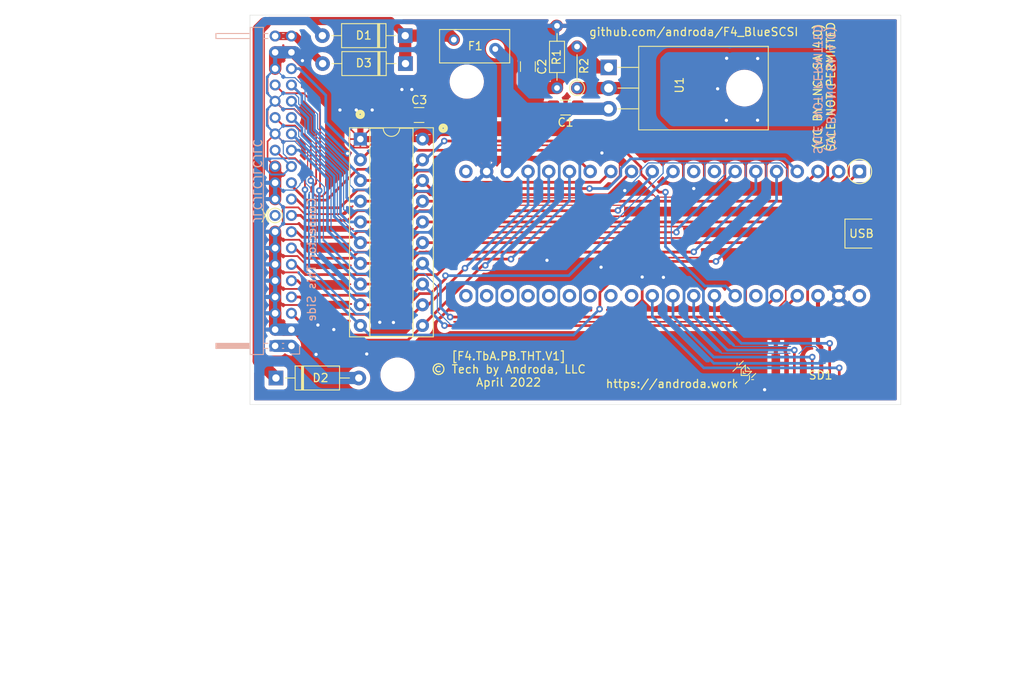
<source format=kicad_pcb>
(kicad_pcb (version 20211014) (generator pcbnew)
  (layers (0 "F.Cu" signal) (31 "B.Cu" signal) (34 "B.Paste" user) (35 "F.Paste" user) (36 "B.SilkS" user "B.Silkscreen") (37 "F.SilkS" user "F.Silkscreen") (38 "B.Mask" user) (39 "F.Mask" user) (44 "Edge.Cuts" user))
  (net 0 "")
  (net 1 "GND")
  (net 2 "VBUS")
  (net 3 "+5V")
  (net 4 "Net-(SD1-Pad1)")
  (net 5 "Net-(SD1-Pad8)")
  (net 6 "Net-(SD1-Pad9)")
  (net 7 "Net-(SD1-Pad13)")
  (net 8 "Net-(SD1-Pad12)")
  (net 9 "DB4")
  (net 10 "DB5")
  (net 11 "DB6")
  (net 12 "DB7")
  (net 13 "ATN")
  (net 14 "BSY")
  (net 15 "ACK")
  (net 16 "RST")
  (net 17 "MSG")
  (net 18 "SEL")
  (net 19 "C_D")
  (net 20 "REQ")
  (net 21 "I_O")
  (net 22 "DB0")
  (net 23 "DB1")
  (net 24 "SD_CD")
  (net 25 "SD_CLK")
  (net 26 "MISO")
  (net 27 "MOSI")
  (net 28 "DBParity")
  (net 29 "DB2")
  (net 30 "DB3")
  (net 31 "3v3")
  (net 32 "Net-(C2-Pad1)")
  (net 33 "Net-(D1-Pad2)")
  (net 34 "Net-(D2-Pad2)")
  (net 35 "Net-(D3-Pad2)")
  (net 36 "Net-(D1-Pad1)")
  (net 37 "Net-(BPF4-Pad8)")
  (net 38 "Net-(BPF4-Pad9)")
  (net 39 "Net-(BPF4-Pad20)")
  (net 40 "Net-(BPF4-Pad21)")
  (net 41 "Net-(BPF4-Pad22)")
  (net 42 "Net-(BPF4-Pad23)")
  (net 43 "Net-(BPF4-Pad24)")
  (net 44 "Net-(BPF4-Pad25)")
  (net 45 "Net-(BPF4-Pad26)")
  (net 46 "Net-(BPF4-Pad27)")
  (net 47 "Net-(BPF4-Pad28)")
  (net 48 "Net-(BPF4-Pad29)")
  (net 49 "Net-(BPF4-Pad35)")
  (net 50 "Net-(BPF4-Pad40)")
  (footprint "CustomFootprints:PowerBook_SCSI_40Pin_UpsideDown" (layer "F.Cu") (at 70.23456 100.7634 180)
    (fp_text reference "J2" hide)
    (fp_text value "PB_SCSI_HD_Pins" hide)
  )
  (footprint "CustomFootprints:microsd_molex_1051620001" (layer "F.Cu") (at 134.85368 102.20452)
    (fp_text reference "SD1")
    (fp_text value "MicroSD-105162-0001")
  )
  (footprint "MountingHole:MountingHole_3.2mm_M3" (layer "F.Cu") (at 83.24596 104.28986)
    (fp_text reference "REF**" hide)
    (fp_text value "MountingHole_3.2mm_M3")
  )
  (footprint "MountingHole:MountingHole_3.2mm_M3" (layer "F.Cu") (at 91.73718 68.35394)
    (fp_text reference "REF**" hide)
    (fp_text value "MountingHole_3.2mm_M3")
  )
  (footprint "Capacitor_SMD:C_1206_3216Metric_Pad1.42x1.75mm_HandSolder" (layer "F.Cu") (at 103.852554 71.538633 180)
    (fp_text reference "C1")
    (fp_text value ">= 10uF")
  )
  (footprint "Capacitor_SMD:C_1206_3216Metric_Pad1.42x1.75mm_HandSolder" (layer "F.Cu") (at 99.233895 66.510373 90)
    (fp_text reference "C2")
    (fp_text value ">= 10uF")
  )
  (footprint "Capacitor_SMD:C_1206_3216Metric_Pad1.42x1.75mm_HandSolder" (layer "F.Cu") (at 85.88756 72.45096)
    (fp_text reference "C3")
    (fp_text value ">= 10uF")
  )
  (footprint "Diode_THT:D_A-405_P10.16mm_Horizontal" (layer "F.Cu") (at 68.33616 104.70134)
    (fp_text reference "D2")
    (fp_text value "D")
  )
  (footprint "Diode_THT:D_A-405_P10.16mm_Horizontal" (layer "F.Cu") (at 84.21878 66.14414 180)
    (fp_text reference "D3")
    (fp_text value "D")
  )
  (footprint "Resistor_THT:R_Axial_DIN0204_L3.6mm_D1.6mm_P7.62mm_Horizontal" (layer "F.Cu") (at 102.802594 69.135792 90)
    (fp_text reference "R1")
    (fp_text value "154")
  )
  (footprint "Resistor_THT:R_Axial_DIN0204_L3.6mm_D1.6mm_P5.08mm_Vertical" (layer "F.Cu") (at 105.261315 69.135793 90)
    (fp_text reference "R2")
    (fp_text value "120")
  )
  (footprint "Package_TO_SOT_THT:TO-220-3_Horizontal_TabDown" (layer "F.Cu") (at 109.134815 66.608493 -90)
    (fp_text reference "U1")
    (fp_text value "LD1117VCD-2.85")
  )
  (footprint "Package_DIP:DIP-20_W7.62mm_Socket" (layer "F.Cu") (at 78.6892 75.40244)
    (fp_text reference "U2" hide)
    (fp_text value "ActiveTerm_20DIP")
  )
  (footprint "Diode_THT:D_A-405_P10.16mm_Horizontal" (layer "F.Cu") (at 84.1883 62.71768 180)
    (fp_text reference "D1")
    (fp_text value "D")
  )
  (footprint "CustomFootprints:Fuse_BelFuse_0ZRE0005FF_L8.3mm_W3.8mm" (layer "F.Cu") (at 90.152221 63.21044)
    (fp_text reference "F1")
    (fp_text value "Fuse")
  )
  (footprint "CustomFootprints:BluePillModule" (layer "F.Cu") (at 142.4305 86.99246 -90)
    (fp_text reference "BPF4" hide)
    (fp_text value "F4_Footprint")
  )
  (footprint "CustomFootprints:SpaceshipBug" (layer "F.Cu") (at 128.95072 103.62946 -90)
    (fp_text reference "REF**" hide)
    (fp_text value "SpaceshipBug" hide)
  )
  (gr_circle (center 88.85 74.07) (end 89.170624 74.07) (layer "F.SilkS") (width 0.5) (fill none))
  (gr_circle (center 78.67 72.37) (end 78.990624 72.37) (layer "F.SilkS") (width 0.5) (fill none))
  (gr_line (start 144.97304 107.95) (end 144.97304 60.198) (layer "Edge.Cuts") (width 0.05))
  (gr_line (start 144.97304 107.95) (end 65.151 107.95) (layer "Edge.Cuts") (width 0.05))
  (gr_line (start 144.97304 60.198) (end 65.151 60.198) (layer "Edge.Cuts") (width 0.05))
  (gr_line (start 65.151 60.198) (end 65.151 107.95) (layer "Edge.Cuts") (width 0.05))
  (gr_text "JLCJLCJLCJLC" (at 66.04 80.55 -90) (layer "B.SilkS") (effects (font (size 1 1)) (justify mirror)))
  (gr_text "Connector This Side" (at 72.72 90.18 90) (layer "B.SilkS") (effects (font (size 1 1)) (justify mirror)))
  (gr_text "(CC BY-NC-SA 4.0)\nSALE NOT PERMITTED" (at 135.57 69.31 -90) (layer "B.SilkS") (effects (font (size 1 1)) (justify mirror)))
  (gr_text "[F4.TbA.PB.THT.V1]\n© Tech by Androda, LLC\nApril 2022" (at 96.87052 103.62946) (layer "F.SilkS") (effects (font (size 1 1))))
  (gr_text "https://androda.work" (at 116.9162 105.41508) (layer "F.SilkS") (effects (font (size 1 1))))
  (gr_text "(CC BY-NC-SA 4.0)\nSALE NOT PERMITTED" (at 135.58 68.97 90) (layer "F.SilkS") (effects (font (size 1 1))))
  (gr_text "github.com/androda/F4_BlueSCSI" (at 119.58 62.26) (layer "F.SilkS") (effects (font (size 1 1))))
  (segment (start 84.99856 69.32168) (end 83.77936 69.32168) (width 1) (layer "F.Cu") (net 1))
  (segment (start 82.74304 97.8916) (end 82.83956 97.79508) (width 0.2) (layer "F.Cu") (net 1))
  (segment (start 71.585221 65.783059) (end 71.8947 66.092538) (width 1.5) (layer "F.Cu") (net 1))
  (segment (start 129.99466 98.44786) (end 130.23342 98.44786) (width 0.2) (layer "F.Cu") (net 1))
  (segment (start 125.93066 95.86722) (end 125.93066 93.80982) (width 0.33) (layer "F.Cu") (net 1))
  (segment (start 71.88962 84.60232) (end 76.76896 84.60232) (width 0.22) (layer "F.Cu") (net 1))
  (segment (start 82.74304 97.8916) (end 81.09204 97.8916) (width 0.33) (layer "F.Cu") (net 1))
  (segment (start 70.553363 71.698401) (end 72.013061 73.158099) (width 0.22) (layer "F.Cu") (net 1))
  (segment (start 129.63868 99.78452) (end 130.83094 99.78452) (width 0.2) (layer "F.Cu") (net 1))
  (segment (start 133.5405 93.40088) (end 132.71754 92.57792) (width 0.2) (layer "F.Cu") (net 1))
  (segment (start 102.881334 61.437052) (end 102.802594 61.515792) (width 0.2) (layer "F.Cu") (net 1))
  (segment (start 68.23456 82.7634) (end 68.23456 78.7634) (width 1.5) (layer "F.Cu") (net 1))
  (segment (start 70.23456 98.7634) (end 70.67862 98.7634) (width 1) (layer "F.Cu") (net 1))
  (segment (start 68.23456 88.7634) (end 69.219561 89.748401) (width 0.22) (layer "F.Cu") (net 1))
  (segment (start 69.124561 75.653401) (end 71.035681 75.653401) (width 0.13) (layer "F.Cu") (net 1))
  (segment (start 81.207199 99.427441) (end 74.703081 99.427441) (width 0.33) (layer "F.Cu") (net 1))
  (segment (start 67.309559 73.838399) (end 69.124561 75.653401) (width 0.2) (layer "F.Cu") (net 1))
  (segment (start 129.91084 104.84104) (end 130.3782 104.84104) (width 0.2) (layer "F.Cu") (net 1))
  (segment (start 141.97076 79.62804) (end 141.97076 78.05928) (width 0.33) (layer "F.Cu") (net 1))
  (segment (start 71.266579 85.828399) (end 71.86676 86.42858) (width 0.22) (layer "F.Cu") (net 1))
  (segment (start 109.495494 61.437052) (end 102.881334 61.437052) (width 0.2) (layer "F.Cu") (net 1))
  (segment (start 68.23456 97.717994) (end 69.279966 98.7634) (width 1.5) (layer "F.Cu") (net 1))
  (segment (start 110.450501 79.871661) (end 108.826262 81.4959) (width 0.13) (layer "F.Cu") (net 1))
  (segment (start 81.929542 72.41032) (end 83.77936 70.560502) (width 1) (layer "F.Cu") (net 1))
  (segment (start 72.013061 72.032879) (end 72.47128 71.57466) (width 0.2) (layer "F.Cu") (net 1))
  (segment (start 110.217479 82.609161) (end 109.241594 82.609161) (width 0.13) (layer "F.Cu") (net 1))
  (segment (start 96.046195 66.598333) (end 96.046195 71.076353) (width 1.5) (layer "F.Cu") (net 1))
  (segment (start 105.537 96.38792) (end 91.06408 96.38792) (width 0.33) (layer "F.Cu") (net 1))
  (segment (start 84.99856 70.07446) (end 87.37506 72.45096) (width 0.2) (layer "F.Cu") (net 1))
  (segment (start 132.71816 99.78452) (end 130.83094 99.78452) (width 0.33) (layer "F.Cu") (net 1))
  (segment (start 67.309559 75.688401) (end 67.309559 77.838399) (width 0.2) (layer "F.Cu") (net 1))
  (segment (start 111.58728 84.20608) (end 111.09452 84.69884) (width 0.2) (layer "F.Cu") (net 1))
  (segment (start 108.31068 77.10424) (end 107.37342 76.16698) (width 0.2) (layer "F.Cu") (net 1))
  (segment (start 102.740976 61.515792) (end 99.233895 65.022873) (width 1.5) (layer "F.Cu") (net 1))
  (segment (start 122.65914 81.46796) (end 123.38558 80.74152) (width 0.33) (layer "F.Cu") (net 1))
  (segment (start 71.035681 75.653401) (end 72.220909 76.838629) (width 0.13) (layer "F.Cu") (net 1))
  (segment (start 113.25098 95.134142) (end 114.558098 96.44126) (width 0.33) (layer "F.Cu") (net 1))
  (segment (start 135.99922 77.70114) (end 138.20648 77.70114) (width 0.33) (layer "F.Cu") (net 1))
  (segment (start 119.000039 87.529901) (end 88.154741 87.529901) (width 0.2) (layer "F.Cu") (net 1))
  (segment (start 117.879502 81.46796) (end 119.57558 81.46796) (width 0.13) (layer "F.Cu") (net 1))
  (segment (start 129.63868 104.56888) (end 129.91084 104.84104) (width 0.2) (layer "F.Cu") (net 1))
  (segment (start 136.000501 79.943661) (end 131.738082 84.20608) (width 0.33) (layer "F.Cu") (net 1))
  (segment (start 108.20654 91.11488) (end 109.38021 89.94121) (width 0.2) (layer "F.Cu") (net 1))
  (segment (start 140.87856 107.15752) (end 142.00632 106.02976) (width 0.33) (layer "F.Cu") (net 1))
  (segment (start 67.309559 69.838399) (end 68.82942 71.35826) (width 0.2) (layer "F.Cu") (net 1))
  (segment (start 71.86676 86.42858) (end 77.79004 86.42858) (width 0.22) (layer "F.Cu") (net 1))
  (segment (start 131.04114 77.94752) (end 131.59994 77.94752) (width 0.33) (layer "F.Cu") (net 1))
  (segment (start 69.169561 83.698401) (end 69.14132 83.67016) (width 0.22) (layer "F.Cu") (net 1))
  (segment (start 87.80526 97.988758) (end 87.80526 98.26498) (width 0.33) (layer "F.Cu") (net 1))
  (segment (start 118.64594 82.03692) (end 118.30304 81.69402) (width 0.33) (layer "F.Cu") (net 1))
  (segment (start 129.80289 98.63963) (end 128.900953 98.63963) (width 0.2) (layer "F.Cu") (net 1))
  (segment (start 72.800382 81.28762) (end 72.66686 81.28762) (width 0.22) (layer "F.Cu") (net 1))
  (segment (start 119.70512 86.82482) (end 119.010199 86.129899) (width 0.2) (layer "F.Cu") (net 1))
  (segment (start 111.1123 81.71434) (end 110.217479 82.609161) (width 0.13) (layer "F.Cu") (net 1))
  (segment (start 125.96622 80.72628) (end 126.50978 81.26984) (width 0.33) (layer "F.Cu") (net 1))
  (segment (start 68.23456 96.7634) (end 68.23456 97.717994) (width 1.5) (layer "F.Cu") (net 1))
  (segment (start 120.39092 82.03692) (end 118.64594 82.03692) (width 0.33) (layer "F.Cu") (net 1))
  (segment (start 102.740976 61.515791) (end 99.233894 65.022873) (width 1) (layer "F.Cu") (net 1))
  (segment (start 142.11046 79.76774) (end 141.97076 79.62804) (width 0.33) (layer "F.Cu") (net 1))
  (segment (start 69.169561 71.698401) (end 70.553363 71.698401) (width 0.22) (layer "F.Cu") (net 1))
  (segment (start 111.09452 84.69884) (end 111.09452 83.5279) (width 0.13) (layer "F.Cu") (net 1))
  (segment (start 68.82942 71.35826) (end 69.169561 71.698401) (width 0.22) (layer "F.Cu") (net 1))
  (segment (start 96.508475 71.538633) (end 87.215513 71.538633) (width 0.2) (layer "F.Cu") (net 1))
  (segment (start 69.219561 87.748401) (end 71.196556 87.748401) (width 0.22) (layer "F.Cu") (net 1))
  (segment (start 109.38021 89.94121) (end 120.24887 89.94121) (width 0.2) (layer "F.Cu") (net 1))
  (segment (start 69.14132 83.67016) (end 69.249559 83.778399) (width 0.22) (layer "F.Cu") (net 1))
  (segment (start 135.99922 77.70114) (end 135.99922 78.799978) (width 0.33) (layer "F.Cu") (net 1))
  (segment (start 131.678974 86.82482) (end 119.70512 86.82482) (width 0.33) (layer "F.Cu") (net 1))
  (segment (start 69.279966 64.7634) (end 68.23456 65.808806) (width 1.5) (layer "F.Cu") (net 1))
  (segment (start 131.84632 77.70114) (end 135.99922 77.70114) (width 0.33) (layer "F.Cu") (net 1))
  (segment (start 138.540501 78.035161) (end 138.540501 79.963293) (width 0.33) (layer "F.Cu") (net 1))
  (segment (start 131.738082 84.20608) (end 111.58728 84.20608) (width 0.33) (layer "F.Cu") (net 1))
  (segment (start 105.680499 96.244421) (end 105.537 96.38792) (width 0.33) (layer "F.Cu") (net 1))
  (segment (start 133.47954 95.81896) (end 133.09854 96.19996) (width 0.33) (layer "F.Cu") (net 1))
  (segment (start 71.333755 93.778399) (end 73.178736 95.62338) (width 0.22) (layer "F.Cu") (net 1))
  (segment (start 72.66686 81.81086) (end 72.66686 81.28762) (width 0.22) (layer "F.Cu") (net 1))
  (segment (start 99.233895 65.022873) (end 97.621655 65.022873) (width 1.5) (layer "F.Cu") (net 1))
  (segment (start 128.45288 77.98562) (end 129.02692 77.41158) (width 0.33) (layer "F.Cu") (net 1))
  (segment (start 129.61874 92.92082) (end 130.62712 92.92082) (width 0.2) (layer "F.Cu") (net 1))
  (segment (start 119.010199 86.129899) (end 88.070921 86.129899) (width 0.2) (layer "F.Cu") (net 1))
  (segment (start 107.35818 90.26652) (end 108.20654 91.11488) (width 0.33) (layer "F.Cu") (net 1))
  (segment (start 74.74458 81.665322) (end 74.74458 81.47304) (width 0.22) (layer "F.Cu") (net 1))
  (segment (start 130.23342 98.44786) (end 130.80746 99.0219) (width 0.2) (layer "F.Cu") (net 1))
  (segment (start 134.0358 92.93098) (end 133.5405 93.42628) (width 0.33) (layer "F.Cu") (net 1))
  (segment (start 68.23456 96.7634) (end 68.23456 98.7634) (width 1.5) (layer "F.Cu") (net 1))
  (segment (start 67.309559 71.688401) (end 67.309559 73.838399) (width 0.2) (layer "F.Cu") (net 1))
  (segment (start 101.57206 90.26652) (end 107.35818 90.26652) (width 0.33) (layer "F.Cu") (net 1))
  (segment (start 68.23456 80.7634) (end 69.219561 79.778399) (width 0.22) (layer "F.Cu") (net 1))
  (segment (start 82.74304 97.8916) (end 81.207199 99.427441) (width 0.33) (layer "F.Cu") (net 1))
  (segment (start 129.02692 77.41158) (end 130.5052 77.41158) (width 0.33) (layer "F.Cu") (net 1))
  (segment (start 130.3782 104.84104) (end 130.55346 104.66578) (width 0.2) (layer "F.Cu") (net 1))
  (segment (start 127.81534 81.26984) (end 128.45288 80.6323) (width 0.33) (layer "F.Cu") (net 1))
  (segment (start 69.219561 91.748401) (end 70.997937 91.748401) (width 0.22) (layer "F.Cu") (net 1))
  (segment (start 129.27584 92.57792) (end 129.61874 92.92082) (width 0.2) (layer "F.Cu") (net 1))
  (segment (start 125.35662 96.44126) (end 125.93066 95.86722) (width 0.33) (layer "F.Cu") (net 1))
  (segment (start 68.23456 96.7634) (end 68.23456 86.7634) (width 1.5) (layer "F.Cu") (net 1))
  (segment (start 72.013061 73.158099) (end 72.013061 72.032879) (width 0.2) (layer "F.Cu") (net 1))
  (segment (start 73.25614 101.34092) (end 73.25614 101.80828) (width 1) (layer "F.Cu") (net 1))
  (segment (start 76.76896 84.60232) (end 77.74432 83.62696) (width 0.22) (layer "F.Cu") (net 1))
  (segment (start 135.99922 78.799978) (end 136.000501 78.801259) (width 0.33) (layer "F.Cu") (net 1))
  (segment (start 108.826262 81.4959) (end 107.410571 81.4959) (width 0.13) (layer "F.Cu") (net 1))
  (segment (start 68.23456 65.808806) (end 68.23456 66.7634) (width 1.5) (layer "F.Cu") (net 1))
  (segment (start 130.80746 99.0219) (end 130.80746 99.29114) (width 0.2) (layer "F.Cu") (net 1))
  (segment (start 96.508475 71.538633) (end 96.046195 71.076353) (width 1.5) (layer "F.Cu") (net 1))
  (segment (start 123.38558 80.74152) (end 123.38558 78.21168) (width 0.33) (layer "F.Cu") (net 1))
  (segment (start 68.23456 66.7634) (end 68.23456 64.7634) (width 1.5) (layer "F.Cu") (net 1))
  (segment (start 68.23456 82.7634) (end 69.14132 83.67016) (width 0.22) (layer "F.Cu") (net 1))
  (segment (start 111.09452 83.5279) (end 111.0869 83.52028) (width 0.13) (layer "F.Cu") (net 1))
  (segment (start 102.802594 61.515792) (end 102.740976 61.515792) (width 1.5) (layer "F.Cu") (net 1))
  (segment (start 81.09204 97.8916) (end 81.06918 97.86874) (width 0.33) (layer "F.Cu") (net 1))
  (segment (start 73.178736 95.62338) (end 77.579199 95.62338) (width 0.22) (layer "F.Cu") (net 1))
  (segment (start 68.23456 90.7634) (end 69.219561 91.748401) (width 0.22) (layer "F.Cu") (net 1))
  (segment (start 73.993181 82.416721) (end 74.74458 81.665322) (width 0.22) (layer "F.Cu") (net 1))
  (segment (start 113.25098 95.134142) (end 112.042922 96.3422) (width 0.33) (layer "F.Cu") (net 1))
  (segment (start 69.219561 95.748401) (end 71.024041 95.748401) (width 0.22) (layer "F.Cu") (net 1))
  (segment (start 91.06408 96.38792) (end 89.406098 96.38792) (width 0.33) (layer "F.Cu") (net 1))
  (segment (start 113.25098 92.3163) (end 113.25098 95.134142) (width 0.33) (layer "F.Cu") (net 1))
  (segment (start 72.114476 90.89136) (end 77.52588 90.89136) (width 0.22) (layer "F.Cu") (net 1))
  (segment (start 71.065699 83.778399) (end 71.88962 84.60232) (width 0.22) (layer "F.Cu") (net 1))
  (segment (start 111.09452 84.69884) (end 111.09452 84.59724) (width 0.13) (layer "F.Cu") (net 1))
  (segment (start 138.20648 77.70114) (end 138.540501 78.035161) (width 0.33) (layer "F.Cu") (net 1))
  (segment (start 68.23456 74.7634) (end 67.309559 75.688401) (width 0.2) (layer "F.Cu") (net 1))
  (segment (start 73.272721 82.416721) (end 72.66686 81.81086) (width 0.22) (layer "F.Cu") (net 1))
  (segment (start 142.00632 106.02976) (end 142.00632 96.72062) (width 0.33) (layer "F.Cu") (net 1))
  (segment (start 70.23456 64.7634) (end 69.279966 64.7634) (width 1.5) (layer "F.Cu") (net 1))
  (segment (start 114.920081 82.522381) (end 116.825081 82.522381) (width 0.13) (layer "F.Cu") (net 1))
  (segment (start 129.63868 102.96952) (end 129.63868 104.56888) (width 0.2) (layer "F.Cu") (net 1))
  (segment (start 108.20654 91.11488) (end 105.680499 93.640921) (width 0.33) (layer "F.Cu") (net 1))
  (segment (start 73.993181 82.416721) (end 73.272721 82.416721) (width 0.22) (layer "F.Cu") (net 1))
  (segment (start 70.23456 64.7634) (end 68.23456 64.7634) (width 1.5) (layer "F.Cu") (net 1))
  (segment (start 71.024041 95.748401) (end 73.4822 98.20656) (width 0.22) (layer "F.Cu") (net 1))
  (segment (start 68.23456 66.7634) (end 67.309559 67.688401) (width 0.2) (layer "F.Cu") (net 1))
  (segment (start 130.855501 93.149201) (end 130.855501 95.152461) (width 0.2) (layer "F.Cu") (net 1))
  (segment (start 109.495495 61.437052) (end 109.433876 61.437051) (width 1) (layer "F.Cu") (net 1))
  (segment (start 133.5405 95.81896) (end 133.47954 95.81896) (width 0.33) (layer "F.Cu") (net 1))
  (segment (start 126.50978 81.26984) (end 127.81534 81.26984) (width 0.33) (layer "F.Cu") (net 1))
  (segment (start 120.24887 89.94121) (end 120.7389 89.45118) (width 0.2) (layer "F.Cu") (net 1))
  (segment (start 123.87834 77.71892) (end 125.38202 77.71892) (width 0.33) (layer "F.Cu") (net 1))
  (segment (start 129.63868 98.80384) (end 129.80289 98.63963) (width 0.2) (layer "F.Cu") (net 1))
  (segment (start 133.01368 105.77452) (end 133.01368 106.85376) (width 0.33) (layer "F.Cu") (net 1))
  (segment (start 68.23456 70.7634) (end 67.309559 71.688401) (width 0.2) (layer "F.Cu") (net 1))
  (segment (start 129.63868 102.96952) (end 129.63868 107.00728) (width 0.33) (layer "F.Cu") (net 1))
  (segment (start 70.23456 98.7634) (end 68.23456 98.7634) (width 1.5) (layer "F.Cu") (net 1))
  (segment (start 102.365054 71.538633) (end 96.508475 71.538633) (width 1.5) (layer "F.Cu") (net 1))
  (segment (start 133.01368 105.77452) (end 133.01368 100.08004) (width 0.33) (layer "F.Cu") (net 1))
  (segment (start 97.621655 65.022873) (end 96.046195 66.598333) (width 1.5) (layer "F.Cu") (net 1))
  (segment (start 111.0869 83.52028) (end 87.86622 83.52028) (width 0.13) (layer "F.Cu") (net 1))
  (segment (start 128.45288 80.6323) (end 128.45288 77.98562) (width 0.33) (layer "F.Cu") (net 1))
  (segment (start 72.452296 93.20276) (end 77.45984 93.20276) (width 0.22) (layer "F.Cu") (net 1))
  (segment (start 137.34952 94.60382) (end 135.67668 92.93098) (width 0.33) (layer "F.Cu") (net 1))
  (segment (start 130.62712 92.92082) (end 130.855501 93.149201) (width 0.2) (layer "F.Cu") (net 1))
  (segment (start 129.63868 99.35248) (end 129.63868 99.78452) (width 0.33) (layer "F.Cu") (net 1))
  (segment (start 69.249559 83.778399) (end 71.065699 83.778399) (width 0.22) (layer "F.Cu") (net 1))
  (segment (start 111.09452 84.69884) (end 110.91926 84.8741) (width 0.2) (layer "F.Cu") (net 1))
  (segment (start 89.406098 96.38792) (end 87.80526 97.988758) (width 0.33) (layer "F.Cu") (net 1))
  (segment (start 142.11046 91.29522) (end 142.11046 79.76774) (width 0.33) (layer "F.Cu") (net 1))
  (segment (start 132.71754 92.57792) (end 129.27584 92.57792) (width 0.2) (layer "F.Cu") (net 1))
  (segment (start 111.1123 81.71434) (end 114.11204 81.71434) (width 0.13) (layer "F.Cu") (net 1))
  (segment (start 70.565562 64.7634) (end 71.585221 65.783059) (width 1.5) (layer "F.Cu") (net 1))
  (segment (start 70.23456 64.7634) (end 70.565562 64.7634) (width 1.5) (layer "F.Cu") (net 1))
  (segment (start 123.38558 78.21168) (end 123.87834 77.71892) (width 0.33) (layer "F.Cu") (net 1))
  (segment (start 142.83744 62.48962) (end 141.863612 61.515792) (width 0.25) (layer "F.Cu") (net 1))
  (segment (start 129.63868 99.78452) (end 129.63868 98.80384) (width 0.2) (layer "F.Cu") (net 1))
  (segment (start 69.169561 85.828399) (end 69.169561 83.698401) (width 0.22) (layer "F.Cu") (net 1))
  (segment (start 133.01368 100.08004) (end 132.71816 99.78452) (width 0.33) (layer "F.Cu") (net 1))
  (segment (start 84.99856 69.32168) (end 84.99856 70.07446) (width 0.2) (layer "F.Cu") (net 1))
  (segment (start 72.220909 76.838629) (end 72.220909 78.832314) (width 0.13) (layer "F.Cu") (net 1))
  (segment (start 125.38202 77.71892) (end 125.94336 78.28026) (width 0.33) (layer "F.Cu") (net 1))
  (segment (start 114.11204 81.71434) (end 114.920081 82.522381) (width 0.13) (layer "F.Cu") (net 1))
  (segment (start 119.57558 81.46796) (end 122.65914 81.46796) (width 0.33) (layer "F.Cu") (net 1))
  (segment (start 105.680499 93.640921) (end 105.680499 96.244421) (width 0.33) (layer "F.Cu") (net 1))
  (segment (start 110.91926 84.8741) (end 87.68842 84.8741) (width 0.2) (layer "F.Cu") (net 1))
  (segment (start 72.220909 78.832314) (end 72.220909 79.94396) (width 0.13) (layer "F.Cu") (net 1))
  (segment (start 141.97076 78.05928) (end 141.1351 77.22362) (width 0.33) (layer "F.Cu") (net 1))
  (segment (start 136.000501 78.801259) (end 136.000501 79.943661) (width 0.33) (layer "F.Cu") (net 1))
  (segment (start 130.5052 77.41158) (end 131.04114 77.94752) (width 0.33) (layer "F.Cu") (net 1))
  (segment (start 142.83744 91.6559) (end 142.83744 62.48962) (width 0.25) (layer "F.Cu") (net 1))
  (segment (start 67.309559 67.688401) (end 67.309559 69.838399) (width 0.2) (layer "F.Cu") (net 1))
  (segment (start 133.5405 93.42628) (end 133.5405 95.81896) (width 0.33) (layer "F.Cu") (net 1))
  (segment (start 129.63868 99.78452) (end 129.63868 102.96952) (width 0.33) (layer "F.Cu") (net 1))
  (segment (start 111.09452 84.59724) (end 111.16564 84.52612) (width 0.13) (layer "F.Cu") (net 1))
  (segment (start 72.363395 88.91524) (end 77.4446 88.91524) (width 0.22) (layer "F.Cu") (net 1))
  (segment (start 74.15911 98.88347) (end 73.4822 98.20656) (width 0.33) (layer "F.Cu") (net 1))
  (segment (start 133.01368 106.85376) (end 132.70992 107.15752) (width 0.33) (layer "F.Cu") (net 1))
  (segment (start 125.94336 80.72628) (end 125.96622 80.72628) (width 0.33) (layer "F.Cu") (net 1))
  (segment (start 68.23456 74.7634) (end 69.124561 75.653401) (width 0.13) (layer "F.Cu") (net 1))
  (segment (start 68.23456 78.7634) (end 69.219561 79.748401) (width 0.22) (layer "F.Cu") (net 1))
  (segment (start 69.249559 93.778399) (end 71.333755 93.778399) (width 0.22) (layer "F.Cu") (net 1))
  (segment (start 109.241594 82.609161) (end 87.69858 82.609161) (width 0.13) (layer "F.Cu") (net 1))
  (segment (start 111.16564 84.52612) (end 111.16564 83.8454) (width 0.13) (layer "F.Cu") (net 1))
  (segment (start 125.94336 78.28026) (end 125.94336 80.72628) (width 0.33) (layer "F.Cu") (net 1))
  (segment (start 120.87098 77.47) (end 120.87098 81.55686) (width 0.33) (layer "F.Cu") (net 1))
  (segment (start 111.1123 81.71434) (end 113.35766 81.71434) (width 0.2) (layer "F.Cu") (net 1))
  (segment (start 87.215513 71.538633) (end 84.99856 69.32168) (width 0.2) (layer "F.Cu") (net 1))
  (segment (start 131.59994 77.94752) (end 131.84632 77.70114) (width 0.33) (layer "F.Cu") (net 1))
  (segment (start 131.04114 77.94752) (end 131.04114 80.6704) (width 0.33) (layer "F.Cu") (net 1))
  (segment (start 130.855501 95.152461) (end 128.197832 97.81013) (width 0.2) (layer "F.Cu") (net 1))
  (segment (start 108.31068 77.10424) (end 109.64418 77.10424) (width 0.13) (layer "F.Cu") (net 1))
  (segment (start 119.70512 86.82482) (end 119.000039 87.529901) (width 0.2) (layer "F.Cu") (net 1))
  (segment (start 135.67668 92.93098) (end 134.0358 92.93098) (width 0.33) (layer "F.Cu") (net 1))
  (segment (start 68.23456 70.7634) (end 68.82942 71.35826) (width 0.22) (layer "F.Cu") (net 1))
  (segment (start 72.013061 73.158099) (end 73.265901 74.410939) (width 0.22) (layer "F.Cu") (net 1))
  (segment (start 69.219561 79.748401) (end 69.219561 79.778399) (width 0.22) (layer "F.Cu") (net 1))
  (segment (start 68.23456 86.7634) (end 69.169561 85.828399) (width 0.22) (layer "F.Cu") (net 1))
  (segment (start 107.37342 76.16698) (end 90.01506 76.16698) (width 0.2) (layer "F.Cu") (net 1))
  (segment (start 109.574235 61.515792) (end 109.495495 61.437052) (width 0.2) (layer "F.Cu") (net 1))
  (segment (start 138.540501 79.963293) (end 131.678974 86.82482) (width 0.33) (layer "F.Cu") (net 1))
  (segment (start 73.265901 80.822101) (end 72.800382 81.28762) (width 0.22) (layer "F.Cu") (net 1))
  (segment (start 68.23456 94.7634) (end 69.219561 95.748401) (width 0.22) (layer "F.Cu") (net 1))
  (segment (start 68.23456 92.7634) (end 69.249559 93.778399) (width 0.22) (layer "F.Cu") (net 1))
  (segment (start 141.863612 61.515792) (end 109.574235 61.515792) (width 0.2) (layer "F.Cu") (net 1))
  (segment (start 70.67862 98.7634) (end 73.25614 101.34092) (width 1) (layer "F.Cu") (net 1))
  (segment (start 70.971517 89.748401) (end 72.114476 90.89136) (width 0.22) (layer "F.Cu") (net 1))
  (segment (start 74.703081 99.427441) (end 74.15911 98.88347) (width 0.33) (layer "F.Cu") (net 1))
  (segment (start 110.450501 77.910561) (end 110.450501 79.871661) (width 0.13) (layer "F.Cu") (net 1))
  (segment (start 83.77936 70.560502) (end 83.77936 69.32168) (width 1) (layer "F.Cu") (net 1))
  (segment (start 141.1351 77.22362) (end 121.11736 77.22362) (width 0.33) (layer "F.Cu") (net 1))
  (segment (start 120.87098 81.55686) (end 120.39092 82.03692) (width 0.33) (layer "F.Cu") (net 1))
  (segment (start 68.23456 86.7634) (end 69.219561 87.748401) (width 0.22) (layer "F.Cu") (net 1))
  (segment (start 69.279966 98.7634) (end 70.23456 98.7634) (width 1.5) (layer "F.Cu") (net 1))
  (segment (start 114.558098 96.44126) (end 125.35662 96.44126) (width 0.33) (layer "F.Cu") (net 1))
  (segment (start 129.80289 98.63963) (end 129.99466 98.44786) (width 0.2) (layer "F.Cu") (net 1))
  (segment (start 128.197832 97.81013) (end 90.17489 97.81013) (width 0.2) (layer "F.Cu") (net 1))
  (segment (start 102.365054 71.538632) (end 96.508475 71.538633) (width 1) (layer "F.Cu") (net 1))
  (segment (start 112.042922 96.3422) (end 108.9787 96.3422) (width 0.33) (layer "F.Cu") (net 1))
  (segment (start 71.196556 87.748401) (end 72.363395 88.91524) (width 0.22) (layer "F.Cu") (net 1))
  (segment (start 133.5405 93.42628) (end 133.5405 93.40088) (width 0.2) (layer "F.Cu") (net 1))
  (segment (start 69.219561 89.748401) (end 70.971517 89.748401) (width 0.22) (layer "F.Cu") (net 1))
  (segment (start 109.64418 77.10424) (end 110.450501 77.910561) (width 0.13) (layer "F.Cu") (net 1))
  (segment (start 70.997937 91.748401) (end 72.452296 93.20276) (width 0.22) (layer "F.Cu") (net 1))
  (segment (start 67.309559 77.838399) (end 68.23456 78.7634) (width 0.2) (layer "F.Cu") (net 1))
  (segment (start 121.11736 77.22362) (end 120.87098 77.47) (width 0.33) (layer "F.Cu") (net 1))
  (segment (start 132.70992 107.15752) (end 140.87856 107.15752) (width 0.33) (layer "F.Cu") (net 1))
  (segment (start 118.30304 81.69402) (end 118.30304 78.51648) (width 0.33) (layer "F.Cu") (net 1))
  (segment (start 73.265901 74.410939) (end 73.265901 80.822101) (width 0.22) (layer "F.Cu") (net 1))
  (segment (start 82.117502 72.22236) (end 81.929542 72.41032) (width 1) (layer "F.Cu") (net 1))
  (segment (start 69.169561 85.828399) (end 71.266579 85.828399) (width 0.22) (layer "F.Cu") (net 1))
  (segment (start 116.825081 82.522381) (end 117.879502 81.46796) (width 0.13) (layer "F.Cu") (net 1))
  (segment (start 128.900953 98.63963) (end 128.145303 99.39528) (width 0.2) (layer "F.Cu") (net 1))
  (segment (start 97.621655 65.022873) (end 99.233894 65.022873) (width 1) (layer "F.Cu") (net 1))
  (via (at 71.585221 65.783059) (size 0.8) (drill 0.4) (layers "F.Cu" "B.Cu") (net 1))
  (via (at 75.43038 98.76028) (size 0.8) (drill 0.4) (layers "F.Cu" "B.Cu") (net 1))
  (via (at 79.46898 101.75494) (size 0.8) (drill 0.4) (layers "F.Cu" "B.Cu") (net 1))
  (via (at 115.85194 92.35694) (size 0.8) (drill 0.4) (layers "F.Cu" "B.Cu") (net 1))
  (via (at 83.77936 69.32168) (size 0.8) (drill 0.4) (layers "F.Cu" "B.Cu") (net 1))
  (via (at 108.31068 77.10424) (size 0.8) (drill 0.4) (layers "F.Cu" "B.Cu") (net 1))
  (via (at 76.18244 71.83352) (size 0.8) (drill 0.4) (layers "F.Cu" "B.Cu") (net 1))
  (via (at 73.4822 98.20656) (size 0.8) (drill 0.4) (layers "F.Cu" "B.Cu") (net 1))
  (via (at 128.26238 106.13644) (size 0.8) (drill 0.4) (layers "F.Cu" "B.Cu") (net 1))
  (via (at 108.20654 91.11488) (size 0.8) (drill 0.4) (layers "F.Cu" "B.Cu") (net 1))
  (via (at 80.13976 71.83352) (size 0.8) (drill 0.4) (layers "F.Cu" "B.Cu") (net 1))
  (via (at 81.06918 97.86874) (size 0.8) (drill 0.4) (layers "F.Cu" "B.Cu") (net 1))
  (via (at 113.25098 92.3163) (size 0.8) (drill 0.4) (layers "F.Cu" "B.Cu") (net 1))
  (via (at 84.99856 69.32168) (size 0.8) (drill 0.4) (layers "F.Cu" "B.Cu") (net 1))
  (via (at 77.1144 77.16774) (size 0.8) (drill 0.4) (layers "F.Cu" "B.Cu") (net 1))
  (via (at 119.57558 81.46796) (size 0.8) (drill 0.4) (layers "F.Cu" "B.Cu") (net 1))
  (via (at 82.74304 97.8916) (size 0.8) (drill 0.4) (layers "F.Cu" "B.Cu") (net 1))
  (via (at 101.57206 90.26652) (size 0.8) (drill 0.4) (layers "F.Cu" "B.Cu") (net 1))
  (via (at 78.18904 71.83352) (size 0.8) (drill 0.4) (layers "F.Cu" "B.Cu") (net 1))
  (via (at 73.25614 101.80828) (size 0.8) (drill 0.4) (layers "F.Cu" "B.Cu") (net 1))
  (via (at 111.1123 81.71434) (size 0.8) (drill 0.4) (layers "F.Cu" "B.Cu") (net 1))
  (segment (start 76.18244 71.83352) (end 78.18904 71.83352) (width 0.33) (layer "B.Cu") (net 1))
  (segment (start 78.18904 71.83352) (end 80.13976 71.83352) (width 0.33) (layer "B.Cu") (net 1))
  (segment (start 80.13976 71.83352) (end 82.40754 71.83352) (width 0.33) (layer "B.Cu") (net 1))
  (segment (start 108.31068 77.10424) (end 108.31068 77.10424) (width 0.2) (layer "B.Cu") (net 1))
  (segment (start 77.1144 77.16774) (end 77.1144 77.16774) (width 0.14) (layer "B.Cu") (net 1))
  (segment (start 135.340899 102.900941) (end 135.676179 102.900941) (width 0.14) (layer "B.Cu") (net 1))
  (segment (start 115.819981 78.327459) (end 118.354901 78.327459) (width 0.14) (layer "B.Cu") (net 1))
  (segment (start 99.36226 96.98482) (end 98.84664 96.98482) (width 0.33) (layer "B.Cu") (net 1))
  (segment (start 72.81418 79.72298) (end 72.81418 79.56804) (width 0.2) (layer "B.Cu") (net 1))
  (segment (start 95.22206 95.7961) (end 94.6023 96.41586) (width 0.33) (layer "B.Cu") (net 1))
  (segment (start 91.8566 77.0509) (end 90.52052 77.0509) (width 0.33) (layer "B.Cu") (net 1))
  (segment (start 72.308299 79.885299) (end 71.885479 80.308119) (width 0.14) (layer "B.Cu") (net 1))
  (segment (start 69.299559 83.828399) (end 69.299559 85.698401) (width 0.22) (layer "B.Cu") (net 1))
  (segment (start 70.664161 67.868399) (end 71.899581 69.103819) (width 0.14) (layer "B.Cu") (net 1))
  (segment (start 118.380499 97.049579) (end 122.82932 101.4984) (width 0.33) (layer "B.Cu") (net 1))
  (segment (start 82.07756 94.34322) (end 78.184978 94.34322) (width 0.25) (layer "B.Cu") (net 1))
  (segment (start 80.86344 83.51774) (end 80.233739 84.147441) (width 0.25) (layer "B.Cu") (net 1))
  (segment (start 82.07756 87.27186) (end 82.07756 89.281) (width 0.25) (layer "B.Cu") (net 1))
  (segment (start 120.760501 94.041259) (end 120.760501 96.978481) (width 0.33) (layer "B.Cu") (net 1))
  (segment (start 115.85194 94.029818) (end 115.840499 94.041259) (width 0.33) (layer "B.Cu") (net 1))
  (segment (start 71.761019 80.120821) (end 72.308299 79.573541) (width 0.2) (layer "B.Cu") (net 1))
  (segment (start 71.761019 80.432579) (end 71.761019 80.120821) (width 0.2) (layer "B.Cu") (net 1))
  (segment (start 82.74304 94.33814) (end 85.19922 91.88196) (width 0.13) (layer "B.Cu") (net 1))
  (segment (start 74.1553 87.773542) (end 74.1553 82.121402) (width 0.14) (layer "B.Cu") (net 1))
  (segment (start 74.272381 82.004321) (end 74.272381 81.254179) (width 0.14) (layer "B.Cu") (net 1))
  (segment (start 80.13976 71.83352) (end 80.13976 73.57894) (width 0.25) (layer "B.Cu") (net 1))
  (segment (start 80.13976 73.57894) (end 80.86344 74.30262) (width 0.25) (layer "B.Cu") (net 1))
  (segment (start 82.74304 97.8916) (end 82.74304 94.33814) (width 0.13) (layer "B.Cu") (net 1))
  (segment (start 100.47224 93.5736) (end 100.47224 95.87484) (width 0.33) (layer "B.Cu") (net 1))
  (segment (start 100.600499 78.129141) (end 100.600499 83.166599) (width 0.33) (layer "B.Cu") (net 1))
  (segment (start 128.459439 78.327459) (end 128.459439 81.164639) (width 0.14) (layer "B.Cu") (net 1))
  (segment (start 68.23456 74.7634) (end 69.244109 75.772949) (width 0.13) (layer "B.Cu") (net 1))
  (segment (start 130.232101 78.327459) (end 131.05892 79.154278) (width 0.14) (layer "B.Cu") (net 1))
  (segment (start 70.664161 73.868399) (end 69.129561 73.868399) (width 0.14) (layer "B.Cu") (net 1))
  (segment (start 95.42272 95.7961) (end 95.22206 95.7961) (width 0.33) (layer "B.Cu") (net 1))
  (segment (start 84.36864 84.09686) (end 84.56422 84.29244) (width 0.33) (layer "B.Cu") (net 1))
  (segment (start 82.07756 74.48296) (end 82.07756 78.20914) (width 0.25) (layer "B.Cu") (net 1))
  (segment (start 73.486042 89.676002) (end 73.272389 89.462349) (width 0.14) (layer "B.Cu") (net 1))
  (segment (start 93.158551 91.507551) (end 93.01988 91.36888) (width 0.14) (layer "B.Cu") (net 1))
  (segment (start 77.982861 81.607441) (end 77.402615 81.027195) (width 0.14) (layer "B.Cu") (net 1))
  (segment (start 71.129561 74.333799) (end 70.664161 73.868399) (width 0.14) (layer "B.Cu") (net 1))
  (segment (start 68.23456 66.7634) (end 69.339559 67.868399) (width 0.14) (layer "B.Cu") (net 1))
  (segment (start 85.20501 69.32168) (end 83.77936 69.32168) (width 1) (layer "B.Cu") (net 1))
  (segment (start 97.70872 93.07322) (end 95.84182 93.07322) (width 0.33) (layer "B.Cu") (net 1))
  (segment (start 123.427281 79.683819) (end 123.427281 78.327459) (width 0.14) (layer "B.Cu") (net 1))
  (segment (start 78.020738 89.281) (end 75.09256 86.352822) (width 0.25) (layer "B.Cu") (net 1))
  (segment (start 71.885479 80.308119) (end 71.885479 80.169081) (width 0.2) (layer "B.Cu") (net 1))
  (segment (start 84.27974 88.60282) (end 85.06206 89.38514) (width 0.33) (layer "B.Cu") (net 1))
  (segment (start 125.840501 93.691699) (end 125.99924 93.53296) (width 0.33) (layer "B.Cu") (net 1))
  (segment (start 119.653061 93.422459) (end 118.999299 93.422459) (width 0.33) (layer "B.Cu") (net 1))
  (segment (start 77.402614 79.165458) (end 72.669601 74.432445) (width 0.14) (layer "B.Cu") (net 1))
  (segment (start 80.78978 78.20914) (end 79.931479 79.067441) (width 0.25) (layer "B.Cu") (net 1))
  (segment (start 135.66902 102.01656) (end 134.48685 100.83439) (width 0.14) (layer "B.Cu") (net 1))
  (segment (start 67.234559 73.763399) (end 68.23456 74.7634) (width 0.25) (layer "B.Cu") (net 1))
  (segment (start 75.862578 79.803366) (end 71.129561 75.070349) (width 0.14) (layer "B.Cu") (net 1))
  (segment (start 70.661761 77.873399) (end 72.308299 79.519937) (width 0.13) (layer "B.Cu") (net 1))
  (segment (start 71.636999 68.402999) (end 71.652001 68.418001) (width 0.2) (layer "B.Cu") (net 1))
  (segment (start 72.397369 82.006691) (end 72.507369 81.896691) (width 0.13) (layer "B.Cu") (net 1))
  (segment (start 71.129561 71.113915) (end 71.129561 70.333799) (width 0.14) (layer "B.Cu") (net 1))
  (segment (start 118.999299 93.422459) (end 118.380499 94.041259) (width 0.33) (layer "B.Cu") (net 1))
  (segment (start 80.61198 81.06664) (end 80.61198 80.19796) (width 0.14) (layer "B.Cu") (net 1))
  (segment (start 94.16952 79.36382) (end 91.8566 77.0509) (width 0.33) (layer "B.Cu") (net 1))
  (segment (start 69.339559 67.868399) (end 70.664161 67.868399) (width 0.14) (layer "B.Cu") (net 1))
  (segment (start 78.184978 94.34322) (end 73.51776 89.676002) (width 0.25) (layer "B.Cu") (net 1))
  (segment (start 68.23456 66.7634) (end 67.234559 67.763401) (width 0.25) (layer "B.Cu") (net 1))
  (segment (start 133.36377 100.83439) (end 132.46862 101.72954) (width 0.14) (layer "B.Cu") (net 1))
  (segment (start 79.219841 86.687441) (end 78.149199 86.687441) (width 0.25) (layer "B.Cu") (net 1))
  (segment (start 70.454163 71.658401) (end 69.129561 71.658401) (width 0.14) (layer "B.Cu") (net 1))
  (segment (start 116.827059 85.768421) (end 116.827059 87.777079) (width 0.14) (layer "B.Cu") (net 1))
  (segment (start 80.233739 84.147441) (end 78.149199 84.147441) (width 0.25) (layer "B.Cu") (net 1))
  (segment (start 115.840499 94.041259) (end 115.840499 96.704345) (width 0.33) (layer "B.Cu") (net 1))
  (segment (start 71.899581 73.103819) (end 70.454163 71.658401) (width 0.14) (layer "B.Cu") (net 1))
  (segment (start 71.990899 80.797079) (end 72.507369 81.313549) (width 0.13) (layer "B.Cu") (net 1))
  (segment (start 134.48685 100.83439) (end 133.36377 100.83439) (width 0.14) (layer "B.Cu") (net 1))
  (segment (start 72.308299 79.885299) (end 72.308299 79.892699) (width 0.13) (layer "B.Cu") (net 1))
  (segment (start 73.51776 89.676002) (end 73.486042 89.676002) (width 0.14) (layer "B.Cu") (net 1))
  (segment (start 98.03892 93.40342) (end 97.70872 93.07322) (width 0.33) (layer "B.Cu") (net 1))
  (segment (start 94.16952 78.28619) (end 85.20501 69.32168) (width 1) (layer "B.Cu") (net 1))
  (segment (start 122.99589 101.66497) (end 131.377228 101.66497) (width 0.14) (layer "B.Cu") (net 1))
  (segment (start 88.21928 86.84006) (end 84.9884 86.84006) (width 0.33) (layer "B.Cu") (net 1))
  (segment (start 102.802594 61.515792) (end 108.091772 61.515792) (width 0.2) (layer "B.Cu") (net 1))
  (segment (start 115.819981 78.327459) (end 115.819981 79.589581) (width 0.14) (layer "B.Cu") (net 1))
  (segment (start 104.81818 96.31172) (end 103.72598 96.31172) (width 0.33) (layer "B.Cu") (net 1))
  (segment (start 103.0224 93.12402) (end 100.92182 93.12402) (width 0.33) (layer "B.Cu") (net 1))
  (segment (start 135.676179 102.900941) (end 135.66902 102.893782) (width 0.14) (layer "B.Cu") (net 1))
  (segment (start 69.129561 81.658401) (end 68.23456 80.7634) (width 0.14) (layer "B.Cu") (net 1))
  (segment (start 74.1553 82.121402) (end 74.272381 82.004321) (width 0.14) (layer "B.Cu") (net 1))
  (segment (start 80.13976 71.83352) (end 80.13976 72.54516) (width 0.25) (layer "B.Cu") (net 1))
  (segment (start 84.56422 84.29244) (end 88.25992 84.29244) (width 0.33) (layer "B.Cu") (net 1))
  (segment (start 78.149199 96.847441) (end 72.39737 91.095612) (width 0.25) (layer "B.Cu") (net 1))
  (segment (start 73.439619 72.335001) (end 73.439619 74.113491) (width 0.14) (layer "B.Cu") (net 1))
  (segment (start 76.632597 84.023997) (end 76.632596 79.484412) (width 0.14) (layer "B.Cu") (net 1))
  (segment (start 69.129561 71.658401) (end 68.23456 70.7634) (width 0.14) (layer "B.Cu") (net 1))
  (segment (start 72.308299 79.573541) (end 72.308299 79.892699) (width 0.13) (layer "B.Cu") (net 1))
  (segment (start 75.09256 86.352822) (end 75.09256 80.12232) (width 0.14) (layer "B.Cu") (net 1))
  (segment (start 75.862579 84.731333) (end 75.862578 79.803366) (width 0.14) (layer "B.Cu") (net 1))
  (segment (start 120.760501 96.978481) (end 124.46762 100.6856) (width 0.33) (layer "B.Cu") (net 1))
  (segment (start 126.7333 96.96704) (end 125.840501 96.074241) (width 0.33) (layer "B.Cu") (net 1))
  (segment (start 67.234559 67.763401) (end 67.234559 69.763399) (width 0.25) (layer "B.Cu") (net 1))
  (segment (start 82.07756 91.9226) (end 82.07756 94.34322) (width 0.25) (layer "B.Cu") (net 1))
  (segment (start 100.600499 83.166599) (end 92.48902 91.278078) (width 0.33) (layer "B.Cu") (net 1))
  (segment (start 75.09256 80.12232) (end 70.628641 75.658401) (width 0.14) (layer "B.Cu") (net 1))
  (segment (start 88.13137 96.52861) (end 89.39276 97.79) (width 0.13) (layer "B.Cu") (net 1))
  (segment (start 115.85194 92.35694) (end 115.85194 94.029818) (width 0.33) (layer "B.Cu") (net 1))
  (segment (start 131.437788 100.83439) (end 124.61641 100.83439) (width 0.14) (layer "B.Cu") (net 1))
  (segment (start 128.07188 92.90558) (end 128.540499 93.374199) (width 0.33) (layer "B.Cu") (net 1))
  (segment (start 73.272389 88.310115) (end 73.270775 88.310115) (width 0.13) (layer "B.Cu") (net 1))
  (segment (start 125.99924 93.53296) (end 126.62662 92.90558) (width 0.33) (layer "B.Cu") (net 1))
  (segment (start 104.93502 77.61478) (end 103.08336 77.61478) (width 0.33) (layer "B.Cu") (net 1))
  (segment (start 82.07756 89.281) (end 78.020738 89.281) (width 0.25) (layer "B.Cu") (net 1))
  (segment (start 83.77638 70.46468) (end 85.06714 70.46468) (width 0.33) (layer "B.Cu") (net 1))
  (segment (start 72.81418 79.56804) (end 72.78624 79.59598) (width 0.2) (layer "B.Cu") (net 1))
  (segment (start 72.6696 72.653954) (end 71.129561 71.113915) (width 0.14) (layer "B.Cu") (net 1))
  (segment (start 70.664161 69.868399) (end 69.129561 69.868399) (width 0.14) (layer "B.Cu") (net 1))
  (segment (start 82.07756 94.78772) (end 80.017839 96.847441) (width 0.25) (layer "B.Cu") (net 1))
  (segment (start 88.5571 86.50224) (end 88.21928 86.84006) (width 0.33) (layer "B.Cu") (net 1))
  (segment (start 71.129561 75.070349) (end 71.129561 74.333799) (width 0.14) (layer "B.Cu") (net 1))
  (segment (start 72.308299 79.892699) (end 71.990899 80.210099) (width 0.13) (layer "B.Cu") (net 1))
  (segment (start 69.923199 77.873399) (end 70.661761 77.873399) (width 0.13) (layer "B.Cu") (net 1))
  (segment (start 120.905061 78.327459) (end 123.427281 78.327459) (width 0.14) (layer "B.Cu") (net 1))
  (segment (start 106.53268 77.10424) (end 105.59796 78.03896) (width 0.2) (layer "B.Cu") (net 1))
  (segment (start 84.9884 86.84006) (end 84.27974 87.54872) (width 0.33) (layer "B.Cu") (net 1))
  (segment (start 82.07756 87.27186) (end 79.80426 87.27186) (width 0.25) (layer "B.Cu") (net 1))
  (segment (start 82.07756 78.20914) (end 82.07756 81.06664) (width 0.25) (layer "B.Cu") (net 1))
  (segment (start 76.632596 79.484412) (end 71.899581 74.751397) (width 0.14) (layer "B.Cu") (net 1))
  (segment (start 73.78192 70.57898) (end 73.09358 69.89064) (width 0.13) (layer "B.Cu") (net 1))
  (segment (start 73.267389 88.306729) (end 73.267389 82.231931) (width 0.13) (layer "B.Cu") (net 1))
  (segment (start 74.272381 81.254179) (end 72.903501 79.885299) (width 0.14) (layer "B.Cu") (net 1))
  (segment (start 120.85066 80.97266) (end 120.905061 80.918259) (width 0.14) (layer "B.Cu") (net 1))
  (segment (start 103.0224 95.60814) (end 103.0224 93.12402) (width 0.33) (layer "B.Cu") (net 1))
  (segment (start 79.461579 81.607441) (end 78.149199 81.607441) (width 0.25) (layer "B.Cu") (net 1))
  (segment (start 120.141701 93.422459) (end 120.760501 94.041259) (width 0.33) (layer "B.Cu") (net 1))
  (segment (start 69.129561 69.868399) (end 68.23456 70.7634) (width 0.14) (layer "B.Cu") (net 1))
  (segment (start 71.885479 80.308119) (end 71.761019 80.432579) (width 0.14) (layer "B.Cu") (net 1))
  (segment (start 94.6023 96.41586) (end 94.212698 96.41586) (width 0.33) (layer "B.Cu") (net 1))
  (segment (start 108.091772 61.515792) (end 111.92002 65.34404) (width 0.2) (layer "B.Cu") (net 1))
  (segment (start 68.23456 82.7634) (end 69.299559 83.828399) (width 0.22) (layer "B.Cu") (net 1))
  (segment (start 103.08336 77.61478) (end 101.11486 77.61478) (width 0.33) (layer "B.Cu") (net 1))
  (segment (start 78.149199 81.607441) (end 77.982861 81.607441) (width 0.14) (layer "B.Cu") (net 1))
  (segment (start 115.819981 79.589581) (end 110.164622 85.24494) (width 0.14) (layer "B.Cu") (net 1))
  (segment (start 71.899581 69.103819) (end 71.899581 70.794963) (width 0.14) (layer "B.Cu") (net 1))
  (segment (start 84.8995 81.79562) (end 84.36864 82.32648) (width 0.33) (layer "B.Cu") (net 1))
  (segment (start 80.13976 72.54516) (end 82.07756 74.48296) (width 0.25) (layer "B.Cu") (net 1))
  (segment (start 70.664161 81.658401) (end 69.129561 81.658401) (width 0.14) (layer "B.Cu") (net 1))
  (segment (start 80.071179 81.607441) (end 80.61198 81.06664) (width 0.14) (layer "B.Cu") (net 1))
  (segment (start 96.0501 89.87282) (end 96.0501 90.60688) (width 0.14) (layer "B.Cu") (net 1))
  (segment (start 86.510922 91.88196) (end 88.13137 93.502408) (width 0.13) (layer "B.Cu") (net 1))
  (segment (start 72.903501 79.885299) (end 72.308299 79.885299) (width 0.14) (layer "B.Cu") (net 1))
  (segment (start 125.949919 78.327459) (end 125.949919 80.376821) (width 0.14) (layer "B.Cu") (net 1))
  (segment (start 69.129561 73.868399) (end 68.23456 74.7634) (width 0.14) (layer "B.Cu") (net 1))
  (segment (start 71.899581 70.794963) (end 73.439619 72.335001) (width 0.14) (layer "B.Cu") (net 1))
  (segment (start 111.92002 65.34404) (end 111.92002 73.4949) (width 0.2) (layer "B.Cu") (net 1))
  (segment (start 98.03892 96.1771) (end 98.03892 93.40342) (width 0.33) (layer "B.Cu") (net 1))
  (segment (start 69.244109 77.194309) (end 69.923199 77.873399) (width 0.13) (layer "B.Cu") (net 1))
  (segment (start 105.680499 95.449401) (end 104.81818 96.31172) (width 0.33) (layer "B.Cu") (net 1))
  (segment (start 125.949919 78.327459) (end 128.459439 78.327459) (width 0.14) (layer "B.Cu") (net 1))
  (segment (start 111.92002 73.4949) (end 108.31068 77.10424) (width 0.2) (layer "B.Cu") (net 1))
  (segment (start 105.59796 78.27772) (end 104.93502 77.61478) (width 0.33) (layer "B.Cu") (net 1))
  (segment (start 73.78192 73.83526) (end 73.78192 70.57898) (width 0.13) (layer "B.Cu") (net 1))
  (segment (start 89.75598 98.15322) (end 90.3224 98.15322) (width 0.13) (layer "B.Cu") (net 1))
  (segment (start 72.38979 89.36969) (end 72.38979 89.10849) (width 0.25) (layer "B.Cu") (net 1))
  (segment (start 122.82932 101.4984) (end 122.99589 101.66497) (width 0.14) (layer "B.Cu") (net 1))
  (segment (start 82.07756 81.06664) (end 80.61198 81.06664) (width 0.25) (layer "B.Cu") (net 1))
  (segment (start 78.149199 84.147441) (end 76.756041 84.147441) (width 0.14) (layer "B.Cu") (net 1))
  (segment (start 78.304358 91.9226) (end 74.1553 87.773542) (width 0.25) (layer "B.Cu") (net 1))
  (segment (start 123.427281 78.327459) (end 125.949919 78.327459) (width 0.14) (layer "B.Cu") (net 1))
  (segment (start 120.85066 80.97266) (end 122.13844 80.97266) (width 0.14) (layer "B.Cu") (net 1))
  (segment (start 88.25992 84.29244) (end 88.5571 84.58962) (width 0.33) (layer "B.Cu") (net 1))
  (segment (start 112.995501 79.320857) (end 113.988899 78.327459) (width 0.14) (layer "B.Cu") (net 1))
  (segment (start 69.244109 75.772949) (end 69.244109 77.194309) (width 0.13) (layer "B.Cu") (net 1))
  (segment (start 101.11486 77.61478) (end 100.600499 78.129141) (width 0.33) (layer "B.Cu") (net 1))
  (segment (start 134.99592 96.96704) (end 126.7333 96.96704) (width 0.33) (layer "B.Cu") (net 1))
  (segment (start 92.980499 96.064059) (end 92.980499 93.762819) (width 0.33) (layer "B.Cu") (net 1))
  (segment (start 71.990899 80.210099) (end 71.990899 80.797079) (width 0.13) (layer "B.Cu") (net 1))
  (segment (start 77.818687 86.687441) (end 75.862579 84.731333) (width 0.14) (layer "B.Cu") (net 1))
  (segment (start 68.23456 70.7634) (end 67.234559 71.763401) (width 0.25) (layer "B.Cu") (net 1))
  (segment (start 94.212698 96.41586) (end 93.869798 96.07296) (width 0.33) (layer "B.Cu") (net 1))
  (segment (start 77.1144 77.16774) (end 73.78192 73.83526) (width 0.13) (layer "B.Cu") (net 1))
  (segment (start 95.84182 93.07322) (end 95.42272 93.49232) (width 0.33) (layer "B.Cu") (net 1))
  (segment (start 69.299559 85.698401) (end 68.23456 86.7634) (width 0.22) (layer "B.Cu") (net 1))
  (segment (start 119.076182 92.35694) (end 120.141701 93.422459) (width 0.33) (layer "B.Cu") (net 1))
  (segment (start 72.669601 74.432445) (end 72.6696 72.653954) (width 0.14) (layer "B.Cu") (net 1))
  (segment (start 89.39276 97.79) (end 89.75598 98.15322) (width 0.13) (layer "B.Cu") (net 1))
  (segment (start 125.99924 93.53296) (end 126.74346 92.78874) (width 0.2) (layer "B.Cu") (net 1))
  (segment (start 103.08336 77.61478) (end 103.08336 82.6262) (width 0.33) (layer "B.Cu") (net 1))
  (segment (start 119.57558 81.46796) (end 118.44274 81.46796) (width 0.14) (layer "B.Cu") (net 1))
  (segment (start 131.05892 79.154278) (end 131.05892 80.5307) (width 0.14) (layer "B.Cu") (net 1))
  (segment (start 76.493868 77.16774) (end 77.1144 77.16774) (width 0.14) (layer "B.Cu") (net 1))
  (segment (start 119.57558 81.46796) (end 120.35536 81.46796) (width 0.14) (layer "B.Cu") (net 1))
  (segment (start 72.38979 89.10849) (end 72.397369 89.100911) (width 0.25) (layer "B.Cu") (net 1))
  (segment (start 105.59796 78.03896) (end 105.59796 85.53958) (width 0.2) (layer "B.Cu") (net 1))
  (segment (start 128.540499 93.374199) (end 128.540499 95.792301) (width 0.33) (layer "B.Cu") (net 1))
  (segment (start 98.84664 96.98482) (end 98.03892 96.1771) (width 0.33) (layer "B.Cu") (net 1))
  (segment (start 120.905061 80.918259) (end 120.905061 78.327459) (width 0.14) (layer "B.Cu") (net 1))
  (segment (start 70.650231 64.7634) (end 71.585221 65.69839) (width 1.5) (layer "B.Cu") (net 1))
  (segment (start 126.62662 92.90558) (end 128.07188 92.90558) (width 0.33) (layer "B.Cu") (net 1))
  (segment (start 111.1123 81.71434) (end 112.995501 79.831139) (width 0.14) (layer "B.Cu") (net 1))
  (segment (start 71.279779 81.042783) (end 70.664161 81.658401) (width 0.14) (layer "B.Cu") (net 1))
  (segment (start 115.85194 92.35694) (end 119.076182 92.35694) (width 0.33) (layer "B.Cu") (net 1))
  (segment (start 71.899581 74.751397) (end 71.899581 73.103819) (width 0.14) (layer "B.Cu") (net 1))
  (segment (start 80.86344 74.30262) (end 80.86344 83.51774) (width 0.25) (layer "B.Cu") (net 1))
  (segment (start 96.0501 90.60688) (end 95.149429 91.507551) (width 0.14) (layer "B.Cu") (net 1))
  (segment (start 82.07756 89.281) (end 82.07756 91.9226) (width 0.25) (layer "B.Cu") (net 1))
  (segment (start 88.35898 79.21244) (end 84.8614 79.21244) (width 0.33) (layer "B.Cu") (net 1))
  (segment (start 76.756041 84.147441) (end 76.632597 84.023997) (width 0.14) (layer "B.Cu") (net 1))
  (segment (start 68.23456 98.7634) (end 72.2331 98.7634) (width 1.5) (layer "B.Cu") (net 1))
  (segment (start 72.78624 79.59598) (end 72.4281 79.59598) (width 0.2) (layer "B.Cu") (net 1))
  (segment (start 119.57558 81.46796) (end 119.57558 83.0199) (width 0.14) (layer "B.Cu") (net 1))
  (segment (start 103.72598 96.31172) (end 103.0224 95.60814) (width 0.33) (layer "B.Cu") (net 1))
  (segment (start 88.5571 84.58962) (end 88.5571 86.50224) (width 0.33) (layer "B.Cu") (net 1))
  (segment (start 94.16952 79.36382) (end 94.16952 78.28619) (width 1) (layer "B.Cu") (net 1))
  (segment (start 72.39737 89.37727) (end 72.38979 89.36969) (width 0.25) (layer "B.Cu") (net 1))
  (segment (start 73.270775 88.310115) (end 73.267389 88.306729) (width 0.13) (layer "B.Cu") (net 1))
  (segment (start 119.653061 93.422459) (end 119.653061 93.292919) (width 0.33) (layer "B.Cu") (net 1))
  (segment (start 108.20654 91.11488) (end 105.680499 93.640921) (width 0.33) (layer "B.Cu") (net 1))
  (segment (start 73.439619 74.113491) (end 76.493868 77.16774) (width 0.14) (layer "B.Cu") (net 1))
  (segment (start 90.52052 77.0509) (end 88.35898 79.21244) (width 0.33) (layer "B.Cu") (net 1))
  (segment (start 72.83196 79.74076) (end 72.81418 79.72298) (width 0.2) (layer "B.Cu") (net 1))
  (segment (start 72.507369 81.313549) (end 72.507369 81.4197) (width 0.13) (layer "B.Cu") (net 1))
  (segment (start 85.06206 89.38514) (end 87.4649 89.38514) (width 0.33) (layer "B.Cu") (net 1))
  (segment (start 72.507369 81.896691) (end 72.507369 81.907733) (width 0.13) (layer "B.Cu") (net 1))
  (segment (start 69.129561 75.658401) (end 68.23456 74.7634) (width 0.14) (layer "B.Cu") (net 1))
  (segment (start 105.59796 85.53958) (end 105.59796 78.27772) (width 0.33) (layer "B.Cu") (net 1))
  (segment (start 125.840501 96.074241) (end 125.840501 93.691699) (width 0.33) (layer "B.Cu") (net 1))
  (segment (start 73.272389 89.462349) (end 73.272389 88.310115) (width 0.14) (layer "B.Cu") (net 1))
  (segment (start 115.840499 96.704345) (end 122.037095 102.900941) (width 0.33) (layer "B.Cu") (net 1))
  (segment (start 105.680499 93.640921) (end 105.680499 95.449401) (width 0.33) (layer "B.Cu") (net 1))
  (segment (start 135.66902 102.893782) (end 135.66902 102.01656) (width 0.14) (layer "B.Cu") (net 1))
  (segment (start 82.40754 71.83352) (end 83.77638 70.46468) (width 0.33) (layer "B.Cu") (net 1))
  (segment (start 92.9894 96.07296) (end 92.980499 96.064059) (width 0.33) (layer "B.Cu") (net 1))
  (segment (start 72.397369 89.100911) (end 72.397369 82.22996) (width 0.25) (layer "B.Cu") (net 1))
  (segment (start 94.16952 79.36382) (end 91.73772 81.79562) (width 0.33) (layer "B.Cu") (net 1))
  (segment (start 80.017839 96.847441) (end 78.149199 96.847441) (width 0.25) (layer "B.Cu") (net 1))
  (segment (start 95.42272 93.49232) (end 95.42272 95.7961) (width 0.33) (layer "B.Cu") (net 1))
  (segment (start 72.308299 79.519937) (end 72.308299 79.573541) (width 0.13) (layer "B.Cu") (net 1))
  (segment (start 137.3505 94.61246) (end 134.99592 96.96704) (width 0.33) (layer "B.Cu") (net 1))
  (segment (start 128.459439 78.327459) (end 130.232101 78.327459) (width 0.14) (layer "B.Cu") (net 1))
  (segment (start 120.35536 81.46796) (end 120.85066 80.97266) (width 0.14) (layer "B.Cu") (net 1))
  (segment (start 122.037095 102.900941) (end 135.340899 102.900941) (width 0.33) (layer "B.Cu") (net 1))
  (segment (start 68.23456 64.7634) (end 70.650231 64.7634) (width 1.5) (layer "B.Cu") (net 1))
  (segment (start 72.39737 91.095612) (end 72.39737 89.37727) (width 0.25) (layer "B.Cu") (net 1))
  (segment (start 118.354901 78.327459) (end 120.905061 78.327459) (width 0.14) (layer "B.Cu") (net 1))
  (segment (start 118.44274 81.46796) (end 118.354901 81.380121) (width 0.14) (layer "B.Cu") (net 1))
  (segment (start 124.61641 100.83439) (end 124.46762 100.6856) (width 0.14) (layer "B.Cu") (net 1))
  (segment (start 71.129561 70.333799) (end 70.664161 69.868399) (width 0.14) (layer "B.Cu") (net 1))
  (segment (start 108.31068 77.10424) (end 106.53268 77.10424) (width 0.2) (layer "B.Cu") (net 1))
  (segment (start 100.92182 93.12402) (end 100.47224 93.5736) (width 0.33) (layer "B.Cu") (net 1))
  (segment (start 84.36864 82.32648) (end 84.36864 84.09686) (width 0.33) (layer "B.Cu") (net 1))
  (segment (start 119.57558 83.0199) (end 116.827059 85.768421) (width 0.14) (layer "B.Cu") (net 1))
  (segment (start 122.13844 80.97266) (end 123.427281 79.683819) (width 0.14) (layer "B.Cu") (net 1))
  (segment (start 79.80426 87.27186) (end 79.219841 86.687441) (width 0.25) (layer "B.Cu") (net 1))
  (segment (start 113.988899 78.327459) (end 115.819981 78.327459) (width 0.14) (layer "B.Cu") (net 1))
  (segment (start 119.57558 81.46796) (end 118.74246 80.63484) (width 0.14) (layer "B.Cu") (net 1))
  (segment (start 82.07756 94.34322) (end 82.07756 94.78772) (width 0.25) (layer "B.Cu") (net 1))
  (segment (start 77.402615 81.027195) (end 77.402614 79.165458) (width 0.14) (layer "B.Cu") (net 1))
  (segment (start 118.354901 81.380121) (end 118.354901 78.327459) (width 0.14) (layer "B.Cu") (net 1))
  (segment (start 72.81418 79.72298) (end 72.33158 79.72298) (width 0.2) (layer "B.Cu") (net 1))
  (segment (start 71.761019 80.432579) (end 71.279779 80.913819) (width 0.14) (layer "B.Cu") (net 1))
  (segment (start 96.0501 89.87282) (end 96.0501 90.14714) (width 0.33) (layer "B.Cu") (net 1))
  (segment (start 84.27974 87.54872) (end 84.27974 88.60282) (width 0.33) (layer "B.Cu") (net 1))
  (segment (start 93.869798 96.07296) (end 92.9894 96.07296) (width 0.33) (layer "B.Cu") (net 1))
  (segment (start 85.19922 91.88196) (end 86.510922 91.88196) (width 0.13) (layer "B.Cu") (net 1))
  (segment (start 120.141701 93.422459) (end 119.653061 93.422459) (width 0.33) (layer "B.Cu") (net 1))
  (segment (start 112.995501 79.320857) (end 112.995501 79.831139) (width 0.13) (layer "B.Cu") (net 1))
  (segment (start 118.380499 94.041259) (end 118.380499 97.049579) (width 0.33) (layer "B.Cu") (net 1))
  (segment (start 67.234559 69.763399) (end 68.23456 70.7634) (width 0.25) (layer "B.Cu") (net 1))
  (segment (start 82.07756 78.20914) (end 80.78978 78.20914) (width 0.25) (layer "B.Cu") (net 1))
  (segment (start 72.397369 82.22996) (end 72.397369 82.006691) (width 0.13) (layer "B.Cu") (net 1))
  (segment (start 71.279779 80.913819) (end 71.279779 81.042783) (width 0.14) (layer "B.Cu") (net 1))
  (segment (start 79.461579 81.607441) (end 80.071179 81.607441) (width 0.14) (layer "B.Cu") (net 1))
  (segment (start 88.13137 93.502408) (end 88.13137 96.52861) (width 0.13) (layer "B.Cu") (net 1))
  (segment (start 82.07756 81.06664) (end 82.07756 87.27186) (width 0.25) (layer "B.Cu") (net 1))
  (segment (start 71.885479 80.169081) (end 72.33158 79.72298) (width 0.2) (layer "B.Cu") (net 1))
  (segment (start 70.628641 75.658401) (end 69.129561 75.658401) (width 0.14) (layer "B.Cu") (net 1))
  (segment (start 100.47224 95.87484) (end 99.36226 96.98482) (width 0.33) (layer "B.Cu") (net 1))
  (segment (start 78.149199 86.687441) (end 77.818687 86.687441) (width 0.14) (layer "B.Cu") (net 1))
  (segment (start 96.0501 89.65946) (end 96.0501 89.87282) (width 0.33) (layer "B.Cu") (net 1))
  (segment (start 91.73772 81.79562) (end 84.8995 81.79562) (width 0.33) (layer "B.Cu") (net 1))
  (segment (start 95.149429 91.507551) (end 93.158551 91.507551) (width 0.14) (layer "B.Cu") (net 1))
  (segment (start 82.07756 91.9226) (end 78.304358 91.9226) (width 0.25) (layer "B.Cu") (net 1))
  (segment (start 67.234559 71.763401) (end 67.234559 73.763399) (width 0.25) (layer "B.Cu") (net 1))
  (segment (start 103.08336 82.6262) (end 96.0501 89.65946) (width 0.33) (layer "B.Cu") (net 1))
  (segment (start 86.3092 75.40244) (end 87.46744 75.40244) (width 0.2) (layer "F.Cu") (net 2))
  (segment (start 88.336301 74.536119) (end 111.244199 74.536119) (width 1) (layer "F.Cu") (net 2))
  (segment (start 77.44206 75.40244) (end 77.35062 75.311) (width 0.2) (layer "F.Cu") (net 2))
  (segment (start 86.3092 74.31532) (end 85.36178 74.31532) (width 1) (layer "F.Cu") (net 2))
  (segment (start 86.3092 75.40244) (end 87.46998 75.40244) (width 1) (layer "F.Cu") (net 2))
  (segment (start 111.244199 74.536119) (end 111.04626 74.33818) (width 1) (layer "F.Cu") (net 2))
  (segment (start 110.20552 73.84288) (end 110.76813 73.28027) (width 1) (layer "F.Cu") (net 2))
  (segment (start 86.4235 75.40244) (end 87.12454 76.10348) (width 0.2) (layer "F.Cu") (net 2))
  (segment (start 77.35062 73.39584) (end 77.35062 75.311) (width 0.2) (layer "F.Cu") (net 2))
  (segment (start 84.40006 72.45096) (end 84.40006 74.0013) (width 1) (layer "F.Cu") (net 2))
  (segment (start 84.46008 72.45096) (end 85.52434 73.51522) (width 0.5) (layer "F.Cu") (net 2))
  (segment (start 78.6892 75.3872) (end 77.51572 74.21372) (width 0.2) (layer "F.Cu") (net 2))
  (segment (start 87.18296 74.52868) (end 87.18296 74.49312) (width 0.2) (layer "F.Cu") (net 2))
  (segment (start 84.40006 72.45096) (end 83.58378 72.45096) (width 0.2) (layer "F.Cu") (net 2))
  (segment (start 87.46744 74.7776) (end 87.18296 74.49312) (width 0.2) (layer "F.Cu") (net 2))
  (segment (start 82.677 73.35774) (end 77.38872 73.35774) (width 0.2) (layer "F.Cu") (net 2))
  (segment (start 109.134815 69.148493) (end 110.757167 69.148493) (width 1) (layer "F.Cu") (net 2))
  (segment (start 111.30026 75.565) (end 111.244199 75.508939) (width 0.2) (layer "F.Cu") (net 2))
  (segment (start 78.6892 75.40244) (end 78.6892 73.99274) (width 0.75) (layer "F.Cu") (net 2))
  (segment (start 109.134815 69.148493) (end 110.484453 69.148493) (width 1) (layer "F.Cu") (net 2))
  (segment (start 110.757167 69.148493) (end 110.790187 69.148493) (width 0.2) (layer "F.Cu") (net 2))
  (segment (start 84.40006 72.45096) (end 83.97748 72.45096) (width 0.5) (layer "F.Cu") (net 2))
  (segment (start 79.638157 76.392429) (end 79.652471 76.392429) (width 0.2) (layer "F.Cu") (net 2))
  (segment (start 86.07806 73.65492) (end 85.4456 73.02246) (width 0.2) (layer "F.Cu") (net 2))
  (segment (start 112.128767 69.148493) (end 115.053913 69.148493) (width 1) (layer "F.Cu") (net 2))
  (segment (start 105.274015 69.148493) (end 105.261315 69.135793) (width 1.5) (layer "F.Cu") (net 2))
  (segment (start 110.8583 72.84212) (end 109.97946 73.72096) (width 1) (layer "F.Cu") (net 2))
  (segment (start 79.652471 76.392429) (end 80.02778 76.01712) (width 0.2) (layer "F.Cu") (net 2))
  (segment (start 85.42274 74.51598) (end 85.32114 74.41438) (width 0.2) (layer "F.Cu") (net 2))
  (segment (start 77.35062 75.92314) (end 77.75575 76.32827) (width 0.2) (layer "F.Cu") (net 2))
  (segment (start 111.244199 74.536119) (end 111.244199 73.756339) (width 1) (layer "F.Cu") (net 2))
  (segment (start 141.70406 62.3824) (end 141.70406 75.44562) (width 0.2) (layer "F.Cu") (net 2))
  (segment (start 109.134815 69.148493) (end 105.274015 69.148493) (width 1.5) (layer "F.Cu") (net 2))
  (segment (start 77.35062 75.311) (end 77.35062 75.92314) (width 0.2) (layer "F.Cu") (net 2))
  (segment (start 111.20628 72.84212) (end 111.20628 69.87032) (width 1) (layer "F.Cu") (net 2))
  (segment (start 78.6892 75.40244) (end 77.44206 75.40244) (width 0.2) (layer "F.Cu") (net 2))
  (segment (start 141.70406 75.44562) (end 141.58468 75.565) (width 0.2) (layer "F.Cu") (net 2))
  (segment (start 78.6892 75.40244) (end 78.68158 75.40244) (width 0.2) (layer "F.Cu") (net 2))
  (segment (start 86.3092 75.40244) (end 85.42274 74.51598) (width 0.2) (layer "F.Cu") (net 2))
  (segment (start 110.757167 69.148493) (end 112.128767 69.148493) (width 1) (layer "F.Cu") (net 2))
  (segment (start 110.76813 73.28027) (end 111.20628 72.84212) (width 1) (layer "F.Cu") (net 2))
  (segment (start 87.12454 76.10348) (end 87.46744 75.76058) (width 0.2) (layer "F.Cu") (net 2))
  (segment (start 111.24184 62.40526) (end 111.34344 62.30366) (width 0.2) (layer "F.Cu") (net 2))
  (segment (start 78.68158 75.40244) (end 77.75575 76.32827) (width 0.2) (layer "F.Cu") (net 2))
  (segment (start 87.46744 75.76058) (end 87.46744 75.40244) (width 0.2) (layer "F.Cu") (net 2))
  (segment (start 86.3092 75.40244) (end 86.3092 74.31532) (width 0.75) (layer "F.Cu") (net 2))
  (segment (start 109.97946 73.72096) (end 88.53608 73.72096) (width 1) (layer "F.Cu") (net 2))
  (segment (start 84.40006 72.45096) (end 84.46008 72.45096) (width 0.5) (layer "F.Cu") (net 2))
  (segment (start 78.6892 75.39482) (end 79.93634 74.14768) (width 0.2) (layer "F.Cu") (net 2))
  (segment (start 78.6892 76.38288) (end 78.6257 76.44638) (width 0.2) (layer "F.Cu") (net 2))
  (segment (start 141.62532 62.30366) (end 141.70406 62.3824) (width 0.2) (layer "F.Cu") (net 2))
  (segment (start 85.36178 74.31532) (end 84.98078 74.69632) (width 1) (layer "F.Cu") (net 2))
  (segment (start 78.6892 75.40244) (end 78.6892 75.3872) (width 0.2) (layer "F.Cu") (net 2))
  (segment (start 109.134815 69.148493) (end 112.128767 69.148493) (width 1.5) (layer "F.Cu") (net 2))
  (segment (start 86.3092 75.40244) (end 87.18296 74.52868) (width 0.2) (layer "F.Cu") (net 2))
  (segment (start 111.244199 75.508939) (end 111.244199 74.536119) (width 0.2) (layer "F.Cu") (net 2))
  (segment (start 111.24184 68.69684) (end 111.24184 62.40526) (width 0.2) (layer "F.Cu") (net 2))
  (segment (start 78.6892 75.40244) (end 78.6892 75.39482) (width 0.2) (layer "F.Cu") (net 2))
  (segment (start 111.34344 62.30366) (end 141.62532 62.30366) (width 0.2) (layer "F.Cu") (net 2))
  (segment (start 87.46744 75.40244) (end 87.46744 74.7776) (width 0.2) (layer "F.Cu") (net 2))
  (segment (start 78.6892 75.429158) (end 79.652471 76.392429) (width 0.2) (layer "F.Cu") (net 2))
  (segment (start 77.87386 76.44638) (end 78.6257 76.44638) (width 0.2) (layer "F.Cu") (net 2))
  (segment (start 83.97748 72.45096) (end 83.16214 73.2663) (width 0.5) (layer "F.Cu") (net 2))
  (segment (start 78.6892 75.40244) (end 80.29702 75.40244) (width 0.75) (layer "F.Cu") (net 2))
  (segment (start 110.790187 69.148493) (end 111.24184 68.69684) (width 0.2) (layer "F.Cu") (net 2))
  (segment (start 78.6892 75.40244) (end 78.6892 76.38288) (width 0.2) (layer "F.Cu") (net 2))
  (segment (start 77.38872 73.35774) (end 77.35062 73.39584) (width 0.2) (layer "F.Cu") (net 2))
  (segment (start 111.244199 73.756339) (end 110.76813 73.28027) (width 1) (layer "F.Cu") (net 2))
  (segment (start 88.53608 73.72096) (end 87.94172 74.31532) (width 1) (layer "F.Cu") (net 2))
  (segment (start 83.58378 72.45096) (end 82.677 73.35774) (width 0.2) (layer "F.Cu") (net 2))
  (segment (start 86.3092 75.40244) (end 84.73948 75.40244) (width 0.75) (layer "F.Cu") (net 2))
  (segment (start 87.46998 75.40244) (end 88.336301 74.536119) (width 1) (layer "F.Cu") (net 2))
  (segment (start 86.3092 75.40244) (end 86.4235 75.40244) (width 0.2) (layer "F.Cu") (net 2))
  (segment (start 110.484453 69.148493) (end 111.20628 69.87032) (width 1) (layer "F.Cu") (net 2))
  (segment (start 85.4456 73.02246) (end 85.19668 73.02246) (width 0.2) (layer "F.Cu") (net 2))
  (segment (start 87.94172 74.31532) (end 86.3092 74.31532) (width 1) (layer "F.Cu") (net 2))
  (segment (start 86.34476 73.65492) (end 86.07806 73.65492) (width 0.2) (layer "F.Cu") (net 2))
  (segment (start 79.584206 76.44638) (end 79.638157 76.392429) (width 0.2) (layer "F.Cu") (net 2))
  (segment (start 78.6892 75.40244) (end 78.6892 75.429158) (width 0.2) (layer "F.Cu") (net 2))
  (segment (start 87.18296 74.49312) (end 86.34476 73.65492) (width 0.2) (layer "F.Cu") (net 2))
  (segment (start 141.58468 75.565) (end 111.30026 75.565) (width 0.2) (layer "F.Cu") (net 2))
  (segment (start 111.20628 72.84212) (end 110.8583 72.84212) (width 1) (layer "F.Cu") (net 2))
  (segment (start 78.6257 76.44638) (end 79.584206 76.44638) (width 0.2) (layer "F.Cu") (net 2))
  (segment (start 77.75575 76.32827) (end 77.87386 76.44638) (width 0.2) (layer "F.Cu") (net 2))
  (via (at 123.57608 73.1012) (size 0.8) (drill 0.4) (layers "F.Cu" "B.Cu") (net 2))
  (via (at 127.41402 65.5193) (size 0.8) (drill 0.4) (layers "F.Cu" "B.Cu") (net 2))
  (via (at 122.50166 69.23278) (size 0.8) (drill 0.4) (layers "F.Cu" "B.Cu") (net 2))
  (via (at 127.39878 73.0885) (size 0.8) (drill 0.4) (layers "F.Cu" "B.Cu") (net 2))
  (via (at 123.60656 65.4939) (size 0.8) (drill 0.4) (layers "F.Cu" "B.Cu") (net 2))
  (segment (start 116.21262 72.14616) (end 117.14226 73.0758) (width 1.5) (layer "B.Cu") (net 2))
  (segment (start 135.88238 66.00444) (end 135.3693 65.49136) (width 1.5) (layer "B.Cu") (net 2))
  (segment (start 116.55298 65.4939) (end 116.21262 65.83426) (width 1.5) (layer "B.Cu") (net 2))
  (segment (start 134.63524 73.0758) (end 135.88238 71.82866) (width 1.5) (layer "B.Cu") (net 2))
  (segment (start 123.60656 65.4939) (end 116.55298 65.4939) (width 1.5) (layer "B.Cu") (net 2))
  (segment (start 116.21262 65.83426) (end 116.21262 72.14616) (width 1.5) (layer "B.Cu") (net 2))
  (segment (start 117.14226 73.0758) (end 134.63524 73.0758) (width 1.5) (layer "B.Cu") (net 2))
  (segment (start 135.88238 66.1543) (end 135.88238 66.00444) (width 1.5) (layer "B.Cu") (net 2))
  (segment (start 135.3693 65.49136) (end 124.37618 65.49136) (width 1.5) (layer "B.Cu") (net 2))
  (segment (start 135.88238 71.82866) (end 135.88238 66.1543) (width 1.5) (layer "B.Cu") (net 2))
  (segment (start 108.984955 71.538633) (end 109.134815 71.688493) (width 1) (layer "F.Cu") (net 3))
  (segment (start 105.489914 71.688493) (end 105.340054 71.538633) (width 1.5) (layer "F.Cu") (net 3))
  (segment (start 105.340055 71.538633) (end 108.984955 71.538633) (width 1) (layer "F.Cu") (net 3))
  (segment (start 109.134815 71.688493) (end 105.489914 71.688493) (width 1.5) (layer "F.Cu") (net 3))
  (segment (start 98.7917 77.10518) (end 98.87993 77.19341) (width 1.5) (layer "B.Cu") (net 3))
  (segment (start 98.87993 77.19341) (end 104.384847 71.688493) (width 1.5) (layer "B.Cu") (net 3))
  (segment (start 97.72833 78.34501) (end 97.92616 78.14718) (width 1) (layer "B.Cu") (net 3))
  (segment (start 96.70952 79.36382) (end 96.70952 78.12399) (width 1.5) (layer "B.Cu") (net 3))
  (segment (start 96.70952 69.552278) (end 96.70952 78.00438) (width 1.5) (layer "B.Cu") (net 3))
  (segment (start 96.70952 78.00438) (end 96.70952 79.36382) (width 1.5) (layer "B.Cu") (net 3))
  (segment (start 109.134815 71.688493) (end 104.384847 71.688493) (width 1.5) (layer "B.Cu") (net 3))
  (segment (start 97.52049 77.19341) (end 96.70952 78.00438) (width 1.5) (layer "B.Cu") (net 3))
  (segment (start 104.384847 71.688493) (end 97.92616 78.14718) (width 1) (layer "B.Cu") (net 3))
  (segment (start 97.37879 78.69455) (end 96.70952 79.36382) (width 1) (layer "B.Cu") (net 3))
  (segment (start 97.02925 78.34501) (end 97.37879 78.69455) (width 1) (layer "B.Cu") (net 3))
  (segment (start 96.70952 65.830739) (end 95.232221 64.35344) (width 1.5) (layer "B.Cu") (net 3))
  (segment (start 104.384847 71.688493) (end 98.845735 71.688493) (width 1.5) (layer "B.Cu") (net 3))
  (segment (start 109.134815 71.688493) (end 109.134815 71.886613) (width 1) (layer "B.Cu") (net 3))
  (segment (start 109.238876 71.792554) (end 109.134815 71.688493) (width 1) (layer "B.Cu") (net 3))
  (segment (start 98.845735 71.688493) (end 96.70952 69.552278) (width 1.5) (layer "B.Cu") (net 3))
  (segment (start 97.92616 78.14718) (end 97.37879 78.69455) (width 1) (layer "B.Cu") (net 3))
  (segment (start 96.70952 69.552278) (end 96.70952 65.830739) (width 1.5) (layer "B.Cu") (net 3))
  (segment (start 98.87993 77.19341) (end 97.52049 77.19341) (width 1.5) (layer "B.Cu") (net 3))
  (segment (start 96.70952 79.36382) (end 98.87993 77.19341) (width 1.5) (layer "B.Cu") (net 3))
  (segment (start 109.134815 71.886613) (end 109.228873 71.792554) (width 1) (layer "B.Cu") (net 3))
  (segment (start 70.65828 88.7634) (end 71.910169 90.015289) (width 0.33) (layer "F.Cu") (net 9))
  (segment (start 85.144199 89.267441) (end 86.3092 88.10244) (width 0.33) (layer "F.Cu") (net 9))
  (segment (start 131.22556 88.02778) (end 139.88952 79.36382) (width 0.25) (layer "F.Cu") (net 9))
  (segment (start 70.23456 88.7634) (end 70.65828 88.7634) (width 0.33) (layer "F.Cu") (net 9))
  (segment (start 78.339997 89.267441) (end 85.144199 89.267441) (width 0.33) (layer "F.Cu") (net 9))
  (segment (start 139.88952 79.36382) (end 131.1509 88.10244) (width 0.33) (layer "F.Cu") (net 9))
  (segment (start 77.592149 90.015289) (end 78.339997 89.267441) (width 0.33) (layer "F.Cu") (net 9))
  (segment (start 131.1509 88.10244) (end 131.22556 88.02778) (width 0.25) (layer "F.Cu") (net 9))
  (segment (start 71.910169 90.015289) (end 77.592149 90.015289) (width 0.33) (layer "F.Cu") (net 9))
  (segment (start 131.14582 88.10752) (end 131.22556 88.02778) (width 0.25) (layer "F.Cu") (net 9))
  (segment (start 131.1509 88.10244) (end 86.3092 88.10244) (width 0.33) (layer "F.Cu") (net 9))
  (segment (start 77.627709 87.439729) (end 78.339997 86.727441) (width 0.33) (layer "F.Cu") (net 10))
  (segment (start 70.23456 86.7634) (end 70.88332 86.7634) (width 0.33) (layer "F.Cu") (net 10))
  (segment (start 131.14074 85.56244) (end 86.3092 85.56244) (width 0.33) (layer "F.Cu") (net 10))
  (segment (start 78.339997 86.727441) (end 85.144199 86.727441) (width 0.33) (layer "F.Cu") (net 10))
  (segment (start 70.88332 86.7634) (end 71.559649 87.439729) (width 0.33) (layer "F.Cu") (net 10))
  (segment (start 85.144199 86.727441) (end 86.3092 85.56244) (width 0.33) (layer "F.Cu") (net 10))
  (segment (start 133.185651 83.517529) (end 131.14074 85.56244) (width 0.33) (layer "F.Cu") (net 10))
  (segment (start 71.559649 87.439729) (end 77.627709 87.439729) (width 0.33) (layer "F.Cu") (net 10))
  (segment (start 137.34952 79.36382) (end 133.195811 83.517529) (width 0.33) (layer "F.Cu") (net 10))
  (segment (start 133.195811 83.517529) (end 133.185651 83.517529) (width 0.33) (layer "F.Cu") (net 10))
  (segment (start 78.339997 84.187441) (end 85.144199 84.187441) (width 0.33) (layer "F.Cu") (net 11))
  (segment (start 70.23456 84.7634) (end 71.3649 84.7634) (width 0.33) (layer "F.Cu") (net 11))
  (segment (start 71.3649 84.7634) (end 71.973669 85.372169) (width 0.33) (layer "F.Cu") (net 11))
  (segment (start 85.144199 84.187441) (end 86.3092 83.02244) (width 0.33) (layer "F.Cu") (net 11))
  (segment (start 71.973669 85.372169) (end 77.155269 85.372169) (width 0.33) (layer "F.Cu") (net 11))
  (segment (start 134.80952 79.36382) (end 131.1509 83.02244) (width 0.33) (layer "F.Cu") (net 11))
  (segment (start 70.23456 84.7634) (end 70.895 84.7634) (width 0.33) (layer "F.Cu") (net 11))
  (segment (start 131.14582 83.02752) (end 131.62942 82.54392) (width 0.25) (layer "F.Cu") (net 11))
  (segment (start 77.155269 85.372169) (end 78.339997 84.187441) (width 0.33) (layer "F.Cu") (net 11))
  (segment (start 131.62942 82.54392) (end 134.80952 79.36382) (width 0.25) (layer "F.Cu") (net 11))
  (segment (start 131.1509 83.02244) (end 131.62942 82.54392) (width 0.25) (layer "F.Cu") (net 11))
  (segment (start 131.1509 83.02244) (end 86.3092 83.02244) (width 0.33) (layer "F.Cu") (net 11))
  (segment (start 106.79557 81.46415) (end 106.81208 81.48066) (width 0.25) (layer "F.Cu") (net 12))
  (segment (start 86.252632 80.48244) (end 86.3092 80.48244) (width 0.33) (layer "F.Cu") (net 12))
  (segment (start 71.89724 83.82254) (end 76.164898 83.82254) (width 0.33) (layer "F.Cu") (net 12))
  (segment (start 76.164898 83.82254) (end 76.913969 83.073469) (width 0.33) (layer "F.Cu") (net 12))
  (segment (start 70.23456 82.7634) (end 70.8381 82.7634) (width 0.33) (layer "F.Cu") (net 12))
  (segment (start 76.913969 83.073469) (end 78.339997 81.647441) (width 0.33) (layer "F.Cu") (net 12))
  (segment (start 87.29091 81.46415) (end 86.3092 80.48244) (width 0.33) (layer "F.Cu") (net 12))
  (segment (start 106.79557 81.46415) (end 87.29091 81.46415) (width 0.33) (layer "F.Cu") (net 12))
  (segment (start 85.087631 81.647441) (end 86.252632 80.48244) (width 0.33) (layer "F.Cu") (net 12))
  (segment (start 70.8381 82.7634) (end 71.89724 83.82254) (width 0.33) (layer "F.Cu") (net 12))
  (segment (start 78.339997 81.647441) (end 85.087631 81.647441) (width 0.33) (layer "F.Cu") (net 12))
  (via (at 106.79557 81.46415) (size 0.8) (drill 0.4) (layers "F.Cu" "B.Cu") (net 12))
  (segment (start 132.26952 79.36382) (end 131.142519 78.236819) (width 0.33) (layer "B.Cu") (net 12))
  (segment (start 130.72364 77.8256) (end 111.819778 77.8256) (width 0.33) (layer "B.Cu") (net 12))
  (segment (start 110.62716 79.90078) (end 109.06379 81.46415) (width 0.33) (layer "B.Cu") (net 12))
  (segment (start 110.62716 79.018218) (end 110.62716 79.90078) (width 0.33) (layer "B.Cu") (net 12))
  (segment (start 109.06379 81.46415) (end 106.79557 81.46415) (width 0.33) (layer "B.Cu") (net 12))
  (segment (start 111.819778 77.8256) (end 110.62716 79.018218) (width 0.33) (layer "B.Cu") (net 12))
  (segment (start 132.2705 79.37246) (end 130.72364 77.8256) (width 0.33) (layer "B.Cu") (net 12))
  (segment (start 71.89978 81.60512) (end 71.89978 81.60512) (width 0.2) (layer "F.Cu") (net 13))
  (segment (start 108.060501 94.201257) (end 111.855538 90.40622) (width 0.33) (layer "F.Cu") (net 13))
  (segment (start 71.89978 81.222778) (end 71.89978 81.60512) (width 0.2) (layer "F.Cu") (net 13))
  (segment (start 69.219561 77.748401) (end 68.23456 76.7634) (width 0.22) (layer "F.Cu") (net 13))
  (segment (start 71.895899 81.601239) (end 71.895899 78.966937) (width 0.22) (layer "F.Cu") (net 13))
  (segment (start 70.677363 77.748401) (end 69.219561 77.748401) (width 0.22) (layer "F.Cu") (net 13))
  (segment (start 71.895899 78.966937) (end 70.677363 77.748401) (width 0.22) (layer "F.Cu") (net 13))
  (segment (start 71.89978 81.60512) (end 71.895899 81.601239) (width 0.22) (layer "F.Cu") (net 13))
  (segment (start 108.0262 96.24568) (end 108.060501 96.211379) (width 0.33) (layer "F.Cu") (net 13))
  (segment (start 111.855538 90.40622) (end 122.29846 90.40622) (width 0.33) (layer "F.Cu") (net 13))
  (segment (start 108.060501 96.211379) (end 108.060501 94.201257) (width 0.33) (layer "F.Cu") (net 13))
  (via (at 122.29846 90.40622) (size 0.8) (drill 0.4) (layers "F.Cu" "B.Cu") (net 13))
  (via (at 108.0262 96.24568) (size 0.8) (drill 0.4) (layers "F.Cu" "B.Cu") (net 13))
  (via (at 71.89978 81.60512) (size 0.8) (drill 0.4) (layers "F.Cu" "B.Cu") (net 13))
  (segment (start 108.0262 96.24568) (end 108.0262 96.24568) (width 0.25) (layer "B.Cu") (net 13))
  (segment (start 122.29846 90.40622) (end 122.29846 90.40622) (width 0.25) (layer "B.Cu") (net 13))
  (segment (start 71.89978 81.60512) (end 71.89978 91.47302) (width 0.33) (layer "B.Cu") (net 13))
  (segment (start 122.29846 90.40622) (end 129.72952 82.97516) (width 0.33) (layer "B.Cu") (net 13))
  (segment (start 79.854201 99.427441) (end 104.844439 99.427441) (width 0.33) (layer "B.Cu") (net 13))
  (segment (start 104.844439 99.427441) (end 108.0262 96.24568) (width 0.33) (layer "B.Cu") (net 13))
  (segment (start 78.6892 98.26244) (end 79.854201 99.427441) (width 0.33) (layer "B.Cu") (net 13))
  (segment (start 71.89978 91.47302) (end 78.6892 98.26244) (width 0.33) (layer "B.Cu") (net 13))
  (segment (start 129.72952 79.36382) (end 129.72952 82.97516) (width 0.33) (layer "B.Cu") (net 13))
  (segment (start 119.575799 89.232521) (end 119.575799 89.232521) (width 0.25) (layer "F.Cu") (net 14))
  (segment (start 119.540879 89.267441) (end 119.575799 89.232521) (width 0.33) (layer "F.Cu") (net 14))
  (segment (start 84.644198 90.64244) (end 84.644198 90.58324) (width 0.33) (layer "F.Cu") (net 14))
  (segment (start 86.736341 89.267441) (end 119.540879 89.267441) (width 0.33) (layer "F.Cu") (net 14))
  (segment (start 84.644198 90.58324) (end 85.959997 89.267441) (width 0.33) (layer "F.Cu") (net 14))
  (segment (start 85.959997 89.267441) (end 86.736341 89.267441) (width 0.33) (layer "F.Cu") (net 14))
  (segment (start 86.736341 89.267441) (end 86.771261 89.232521) (width 0.33) (layer "F.Cu") (net 14))
  (segment (start 86.771261 89.232521) (end 119.575799 89.232521) (width 0.25) (layer "F.Cu") (net 14))
  (segment (start 78.6892 90.64244) (end 84.644198 90.64244) (width 0.33) (layer "F.Cu") (net 14))
  (via (at 119.575799 89.232521) (size 0.8) (drill 0.4) (layers "F.Cu" "B.Cu") (net 14))
  (segment (start 74.657391 84.861049) (end 74.65739 80.231636) (width 0.33) (layer "B.Cu") (net 14))
  (segment (start 71.189154 76.7634) (end 70.23456 76.7634) (width 0.33) (layer "B.Cu") (net 14))
  (segment (start 74.65255 86.60579) (end 74.65255 84.86589) (width 0.33) (layer "B.Cu") (net 14))
  (segment (start 78.6892 90.64244) (end 74.65255 86.60579) (width 0.33) (layer "B.Cu") (net 14))
  (segment (start 127.18952 79.36382) (end 127.18952 81.6188) (width 0.33) (layer "B.Cu") (net 14))
  (segment (start 127.18952 81.6188) (end 119.575799 89.232521) (width 0.33) (layer "B.Cu") (net 14))
  (segment (start 74.65739 80.231636) (end 71.189154 76.7634) (width 0.33) (layer "B.Cu") (net 14))
  (segment (start 74.65255 84.86589) (end 74.657391 84.861049) (width 0.33) (layer "B.Cu") (net 14))
  (segment (start 117.44706 86.8299) (end 117.44706 86.8299) (width 0.25) (layer "F.Cu") (net 15))
  (segment (start 85.916738 86.8299) (end 117.44706 86.8299) (width 0.25) (layer "F.Cu") (net 15))
  (segment (start 84.644198 88.10244) (end 85.916738 86.8299) (width 0.25) (layer "F.Cu") (net 15))
  (segment (start 78.6892 88.10244) (end 84.644198 88.10244) (width 0.25) (layer "F.Cu") (net 15))
  (via (at 117.44706 86.8299) (size 0.8) (drill 0.4) (layers "F.Cu" "B.Cu") (net 15))
  (segment (start 75.477569 84.890809) (end 75.477569 79.962843) (width 0.33) (layer "B.Cu") (net 15))
  (segment (start 124.64952 79.36382) (end 117.44706 86.56628) (width 0.33) (layer "B.Cu") (net 15))
  (segment (start 75.477569 79.962843) (end 70.278126 74.7634) (width 0.33) (layer "B.Cu") (net 15))
  (segment (start 117.44706 86.56628) (end 117.44706 86.8299) (width 0.33) (layer "B.Cu") (net 15))
  (segment (start 78.6892 88.10244) (end 75.477569 84.890809) (width 0.33) (layer "B.Cu") (net 15))
  (segment (start 70.278126 74.7634) (end 70.23456 74.7634) (width 0.33) (layer "B.Cu") (net 15))
  (segment (start 89.12352 92.14866) (end 89.12352 92.14866) (width 0.25) (layer "F.Cu") (net 16))
  (segment (start 72.6059 80.5053) (end 72.6059 75.676938) (width 0.22) (layer "F.Cu") (net 16))
  (segment (start 84.584998 95.72244) (end 85.959997 94.347441) (width 0.33) (layer "F.Cu") (net 16))
  (segment (start 72.6059 75.676938) (end 70.677363 73.748401) (width 0.22) (layer "F.Cu") (net 16))
  (segment (start 85.959997 94.347441) (end 87.308279 94.347441) (width 0.33) (layer "F.Cu") (net 16))
  (segment (start 70.677363 73.748401) (end 69.219561 73.748401) (width 0.22) (layer "F.Cu") (net 16))
  (segment (start 78.6892 95.72244) (end 84.584998 95.72244) (width 0.33) (layer "F.Cu") (net 16))
  (segment (start 89.12352 92.5322) (end 89.12352 92.14866) (width 0.33) (layer "F.Cu") (net 16))
  (segment (start 69.219561 73.748401) (end 68.23456 72.7634) (width 0.22) (layer "F.Cu") (net 16))
  (segment (start 87.308279 94.347441) (end 89.12352 92.5322) (width 0.33) (layer "F.Cu") (net 16))
  (via (at 72.6059 80.5053) (size 0.8) (drill 0.4) (layers "F.Cu" "B.Cu") (net 16))
  (via (at 89.12352 92.14866) (size 0.8) (drill 0.4) (layers "F.Cu" "B.Cu") (net 16))
  (segment (start 105.57283 90.82051) (end 105.47404 90.9193) (width 0.25) (layer "B.Cu") (net 16))
  (segment (start 104.24468 92.14866) (end 104.98228 91.41106) (width 0.25) (layer "B.Cu") (net 16))
  (segment (start 104.2543 92.14866) (end 117.0305 79.37246) (width 0.33) (layer "B.Cu") (net 16))
  (segment (start 89.277999 91.994181) (end 89.12352 92.14866) (width 0.33) (layer "B.Cu") (net 16))
  (segment (start 117.02952 79.36382) (end 105.57283 90.82051) (width 0.25) (layer "B.Cu") (net 16))
  (segment (start 117.02952 79.36382) (end 104.399159 91.994181) (width 0.33) (layer "B.Cu") (net 16))
  (segment (start 89.12352 92.14866) (end 104.2543 92.14866) (width 0.33) (layer "B.Cu") (net 16))
  (segment (start 104.98228 91.41106) (end 105.57283 90.82051) (width 0.25) (layer "B.Cu") (net 16))
  (segment (start 89.12352 92.14866) (end 104.24468 92.14866) (width 0.25) (layer "B.Cu") (net 16))
  (segment (start 78.6892 95.72244) (end 72.887379 89.920619) (width 0.33) (layer "B.Cu") (net 16))
  (segment (start 72.887379 80.786779) (end 72.6059 80.5053) (width 0.33) (layer "B.Cu") (net 16))
  (segment (start 72.887379 89.920619) (end 72.887379 80.786779) (width 0.33) (layer "B.Cu") (net 16))
  (segment (start 110.271779 84.152521) (end 110.294639 84.152521) (width 0.25) (layer "F.Cu") (net 17))
  (segment (start 84.584998 85.56244) (end 85.959997 84.187441) (width 0.33) (layer "F.Cu") (net 17))
  (segment (start 85.959997 84.187441) (end 110.236859 84.187441) (width 0.33) (layer "F.Cu") (net 17))
  (segment (start 78.6892 85.56244) (end 84.584998 85.56244) (width 0.33) (layer "F.Cu") (net 17))
  (segment (start 110.236859 84.187441) (end 110.271779 84.152521) (width 0.33) (layer "F.Cu") (net 17))
  (via (at 110.271779 84.152521) (size 0.8) (drill 0.4) (layers "F.Cu" "B.Cu") (net 17))
  (segment (start 76.247587 84.571855) (end 76.247587 79.643889) (width 0.33) (layer "B.Cu") (net 17))
  (segment (start 110.271779 84.152521) (end 114.18062 80.24368) (width 0.33) (layer "B.Cu") (net 17))
  (segment (start 78.6892 85.56244) (end 77.238172 85.56244) (width 0.33) (layer "B.Cu") (net 17))
  (segment (start 71.514571 74.043411) (end 70.23456 72.7634) (width 0.33) (layer "B.Cu") (net 17))
  (segment (start 76.247587 79.643889) (end 71.514571 74.910873) (width 0.33) (layer "B.Cu") (net 17))
  (segment (start 77.238172 85.56244) (end 76.247587 84.571855) (width 0.33) (layer "B.Cu") (net 17))
  (segment (start 71.514571 74.910873) (end 71.514571 74.043411) (width 0.33) (layer "B.Cu") (net 17))
  (segment (start 114.18062 80.24368) (end 114.18062 79.67272) (width 0.33) (layer "B.Cu") (net 17))
  (segment (start 114.18062 79.67272) (end 114.48952 79.36382) (width 0.33) (layer "B.Cu") (net 17))
  (segment (start 111.94952 79.36382) (end 109.084189 82.229151) (width 0.33) (layer "F.Cu") (net 18))
  (segment (start 84.462178 83.02244) (end 78.6892 83.02244) (width 0.33) (layer "F.Cu") (net 18))
  (segment (start 85.627179 81.857439) (end 84.462178 83.02244) (width 0.33) (layer "F.Cu") (net 18))
  (segment (start 87.240113 82.229151) (end 86.868401 81.857439) (width 0.33) (layer "F.Cu") (net 18))
  (segment (start 109.084189 82.229151) (end 87.240113 82.229151) (width 0.33) (layer "F.Cu") (net 18))
  (segment (start 86.868401 81.857439) (end 85.627179 81.857439) (width 0.33) (layer "F.Cu") (net 18))
  (segment (start 77.017605 79.324935) (end 72.284591 74.591921) (width 0.33) (layer "B.Cu") (net 18))
  (segment (start 77.449406 83.02244) (end 77.017605 82.590639) (width 0.33) (layer "B.Cu") (net 18))
  (segment (start 78.6892 83.02244) (end 77.449406 83.02244) (width 0.33) (layer "B.Cu") (net 18))
  (segment (start 72.284591 72.813431) (end 70.23456 70.7634) (width 0.33) (layer "B.Cu") (net 18))
  (segment (start 77.017605 82.590639) (end 77.017605 79.324935) (width 0.33) (layer "B.Cu") (net 18))
  (segment (start 72.284591 74.591921) (end 72.284591 72.813431) (width 0.33) (layer "B.Cu") (net 18))
  (segment (start 109.40952 79.36382) (end 108.074191 80.699149) (width 0.33) (layer "F.Cu") (net 19))
  (segment (start 89.685407 80.699149) (end 88.303697 79.317439) (width 0.33) (layer "F.Cu") (net 19))
  (segment (start 108.074191 80.699149) (end 89.685407 80.699149) (width 0.33) (layer "F.Cu") (net 19))
  (segment (start 85.749999 79.317439) (end 84.584998 80.48244) (width 0.33) (layer "F.Cu") (net 19))
  (segment (start 88.303697 79.317439) (end 85.749999 79.317439) (width 0.33) (layer "F.Cu") (net 19))
  (segment (start 84.584998 80.48244) (end 78.6892 80.48244) (width 0.33) (layer "F.Cu") (net 19))
  (segment (start 78.6892 79.907558) (end 73.054609 74.272967) (width 0.33) (layer "B.Cu") (net 19))
  (segment (start 78.6892 80.48244) (end 78.6892 79.907558) (width 0.33) (layer "B.Cu") (net 19))
  (segment (start 71.514571 70.954439) (end 71.514571 70.043411) (width 0.33) (layer "B.Cu") (net 19))
  (segment (start 73.054609 72.494477) (end 71.514571 70.954439) (width 0.33) (layer "B.Cu") (net 19))
  (segment (start 71.514571 70.043411) (end 70.23456 68.7634) (width 0.33) (layer "B.Cu") (net 19))
  (segment (start 73.054609 74.272967) (end 73.054609 72.494477) (width 0.33) (layer "B.Cu") (net 19))
  (segment (start 78.745769 77.94244) (end 79.83077 76.857439) (width 0.33) (layer "F.Cu") (net 20))
  (segment (start 79.83077 76.857439) (end 79.845084 76.857439) (width 0.33) (layer "F.Cu") (net 20))
  (segment (start 79.845084 76.857439) (end 79.925084 76.777439) (width 0.33) (layer "F.Cu") (net 20))
  (segment (start 79.925084 76.777439) (end 104.283139 76.777439) (width 0.33) (layer "F.Cu") (net 20))
  (segment (start 78.6892 77.94244) (end 78.745769 77.94244) (width 0.33) (layer "F.Cu") (net 20))
  (segment (start 104.283139 76.777439) (end 106.86952 79.36382) (width 0.33) (layer "F.Cu") (net 20))
  (segment (start 71.189154 66.7634) (end 74.4474 70.021646) (width 0.33) (layer "B.Cu") (net 20))
  (segment (start 74.4474 70.021646) (end 74.4474 73.31202) (width 0.33) (layer "B.Cu") (net 20))
  (segment (start 74.4474 73.31202) (end 78.6892 77.55382) (width 0.33) (layer "B.Cu") (net 20))
  (segment (start 78.6892 77.55382) (end 78.6892 77.94244) (width 0.33) (layer "B.Cu") (net 20))
  (segment (start 70.23456 66.7634) (end 71.189154 66.7634) (width 0.33) (layer "B.Cu") (net 20))
  (segment (start 90.017429 90.122549) (end 97.155809 90.122549) (width 0.33) (layer "F.Cu") (net 21))
  (segment (start 73.74382 81.61528) (end 73.65238 81.70672) (width 0.22) (layer "F.Cu") (net 21))
  (segment (start 85.749999 92.017439) (end 88.122539 92.017439) (width 0.33) (layer "F.Cu") (net 21))
  (segment (start 84.644198 93.18244) (end 84.644198 93.12324) (width 0.33) (layer "F.Cu") (net 21))
  (segment (start 73.74382 71.793478) (end 73.74382 81.61528) (width 0.22) (layer "F.Cu") (net 21))
  (segment (start 71.728741 69.778399) (end 73.74382 71.793478) (width 0.22) (layer "F.Cu") (net 21))
  (segment (start 88.122539 92.017439) (end 90.017429 90.122549) (width 0.33) (layer "F.Cu") (net 21))
  (segment (start 97.155809 90.122549) (end 97.15754 90.12428) (width 0.33) (layer "F.Cu") (net 21))
  (segment (start 84.644198 93.12324) (end 85.749999 92.017439) (width 0.33) (layer "F.Cu") (net 21))
  (segment (start 78.6892 93.18244) (end 84.644198 93.18244) (width 0.33) (layer "F.Cu") (net 21))
  (segment (start 68.23456 68.7634) (end 69.249559 69.778399) (width 0.22) (layer "F.Cu") (net 21))
  (segment (start 69.249559 69.778399) (end 71.728741 69.778399) (width 0.22) (layer "F.Cu") (net 21))
  (via (at 73.65238 81.70672) (size 0.8) (drill 0.4) (layers "F.Cu" "B.Cu") (net 21))
  (via (at 97.15754 90.12428) (size 0.8) (drill 0.4) (layers "F.Cu" "B.Cu") (net 21))
  (segment (start 97.15754 90.12428) (end 97.15754 90.12428) (width 0.25) (layer "B.Cu") (net 21))
  (segment (start 73.65238 88.14562) (end 78.6892 93.18244) (width 0.33) (layer "B.Cu") (net 21))
  (segment (start 104.32952 79.36382) (end 104.32952 82.9523) (width 0.33) (layer "B.Cu") (net 21))
  (segment (start 97.15754 90.12428) (end 104.32952 82.9523) (width 0.33) (layer "B.Cu") (net 21))
  (segment (start 73.65238 81.70672) (end 73.65238 88.14562) (width 0.33) (layer "B.Cu") (net 21))
  (segment (start 86.3092 98.26244) (end 93.68409 90.88755) (width 0.33) (layer "F.Cu") (net 22))
  (segment (start 93.737028 90.88755) (end 94.01175 90.88755) (width 0.25) (layer "F.Cu") (net 22))
  (segment (start 93.68409 90.88755) (end 94.01175 90.88755) (width 0.33) (layer "F.Cu") (net 22))
  (segment (start 86.3092 98.26244) (end 84.518641 100.052999) (width 0.33) (layer "F.Cu") (net 22))
  (segment (start 84.518641 100.052999) (end 73.524159 100.052999) (width 0.33) (layer "F.Cu") (net 22))
  (segment (start 86.357058 98.26752) (end 93.737028 90.88755) (width 0.25) (layer "F.Cu") (net 22))
  (segment (start 73.524159 100.052999) (end 70.23456 96.7634) (width 0.33) (layer "F.Cu") (net 22))
  (via (at 94.01175 90.88755) (size 0.8) (drill 0.4) (layers "F.Cu" "B.Cu") (net 22))
  (segment (start 94.01175 90.88755) (end 93.93682 90.96248) (width 0.25) (layer "B.Cu") (net 22))
  (segment (start 101.78952 83.10978) (end 94.01175 90.88755) (width 0.33) (layer "B.Cu") (net 22))
  (segment (start 101.78952 79.36382) (end 101.78952 83.10978) (width 0.33) (layer "B.Cu") (net 22))
  (segment (start 73.394981 96.887441) (end 85.144199 96.887441) (width 0.33) (layer "F.Cu") (net 23))
  (segment (start 70.23456 94.7634) (end 70.87724 94.7634) (width 0.33) (layer "F.Cu") (net 23))
  (segment (start 91.5162 91.22918) (end 87.01786 95.72752) (width 0.25) (layer "F.Cu") (net 23))
  (segment (start 91.5162 91.22918) (end 87.02294 95.72244) (width 0.33) (layer "F.Cu") (net 23))
  (segment (start 70.23456 94.7634) (end 71.27094 94.7634) (width 0.33) (layer "F.Cu") (net 23))
  (segment (start 71.27094 94.7634) (end 73.394981 96.887441) (width 0.33) (layer "F.Cu") (net 23))
  (segment (start 86.3092 95.72244) (end 85.144199 96.887441) (width 0.33) (layer "F.Cu") (net 23))
  (segment (start 87.02294 95.72244) (end 86.3092 95.72244) (width 0.33) (layer "F.Cu") (net 23))
  (via (at 91.5162 91.22918) (size 0.8) (drill 0.4) (layers "F.Cu" "B.Cu") (net 23))
  (segment (start 91.5162 91.22918) (end 91.46032 91.28506) (width 0.25) (layer "B.Cu") (net 23))
  (segment (start 99.24952 83.49586) (end 91.5162 91.22918) (width 0.33) (layer "B.Cu") (net 23))
  (segment (start 99.24952 79.36382) (end 99.24952 83.49586) (width 0.33) (layer "B.Cu") (net 23))
  (segment (start 137.41908 103.45928) (end 137.41908 105.76912) (width 0.33) (layer "F.Cu") (net 24))
  (segment (start 137.41908 105.76912) (end 137.41368 105.77452) (width 0.33) (layer "F.Cu") (net 24))
  (via (at 137.41908 103.45928) (size 0.8) (drill 0.4) (layers "F.Cu" "B.Cu") (net 24))
  (segment (start 137.41908 103.45928) (end 137.41908 103.45928) (width 0.33) (layer "B.Cu") (net 24))
  (segment (start 114.4905 94.61246) (end 114.4905 97.1448) (width 0.33) (layer "B.Cu") (net 24))
  (segment (start 114.4905 97.1448) (end 120.80498 103.45928) (width 0.33) (layer "B.Cu") (net 24))
  (segment (start 120.80498 103.45928) (end 137.41908 103.45928) (width 0.33) (layer "B.Cu") (net 24))
  (segment (start 134.10692 105.76776) (end 134.11368 105.77452) (width 0.33) (layer "F.Cu") (net 25))
  (segment (start 134.10692 102.13594) (end 134.10692 105.76776) (width 0.33) (layer "F.Cu") (net 25))
  (via (at 134.10692 102.13594) (size 0.8) (drill 0.4) (layers "F.Cu" "B.Cu") (net 25))
  (segment (start 134.10692 102.13594) (end 134.10692 102.13594) (width 0.33) (layer "B.Cu") (net 25))
  (segment (start 122.02164 102.13594) (end 134.10692 102.13594) (width 0.33) (layer "B.Cu") (net 25))
  (segment (start 117.0305 97.1448) (end 122.02164 102.13594) (width 0.33) (layer "B.Cu") (net 25))
  (segment (start 117.0305 94.61246) (end 117.0305 97.1448) (width 0.33) (layer "B.Cu") (net 25))
  (segment (start 131.90982 101.27996) (end 131.90982 105.77066) (width 0.33) (layer "F.Cu") (net 26))
  (segment (start 131.90982 105.77066) (end 131.91368 105.77452) (width 0.33) (layer "F.Cu") (net 26))
  (via (at 131.90982 101.27996) (size 0.8) (drill 0.4) (layers "F.Cu" "B.Cu") (net 26))
  (segment (start 131.90982 101.27996) (end 131.90982 101.27996) (width 0.33) (layer "B.Cu") (net 26))
  (segment (start 119.5705 97.1423) (end 123.70816 101.27996) (width 0.33) (layer "B.Cu") (net 26))
  (segment (start 123.56084 101.13264) (end 123.70816 101.27996) (width 0.33) (layer "B.Cu") (net 26))
  (segment (start 119.5705 94.61246) (end 119.5705 97.1423) (width 0.33) (layer "B.Cu") (net 26))
  (segment (start 123.70816 101.27996) (end 131.90982 101.27996) (width 0.33) (layer "B.Cu") (net 26))
  (segment (start 123.55834 101.13264) (end 123.56084 101.13264) (width 0.33) (layer "B.Cu") (net 26))
  (segment (start 136.24052 100.44938) (end 136.24052 105.70136) (width 0.33) (layer "F.Cu") (net 27))
  (segment (start 136.24052 105.70136) (end 136.31368 105.77452) (width 0.33) (layer "F.Cu") (net 27))
  (via (at 136.24052 100.44938) (size 0.8) (drill 0.4) (layers "F.Cu" "B.Cu") (net 27))
  (segment (start 136.24052 100.44938) (end 136.3218 100.44938) (width 0.33) (layer "B.Cu") (net 27))
  (segment (start 122.1105 94.61246) (end 122.1105 97.1448) (width 0.33) (layer "B.Cu") (net 27))
  (segment (start 125.41508 100.44938) (end 136.24052 100.44938) (width 0.33) (layer "B.Cu") (net 27))
  (segment (start 122.1105 97.1448) (end 125.41508 100.44938) (width 0.33) (layer "B.Cu") (net 27))
  (segment (start 115.338218 81.90738) (end 113.090501 79.659663) (width 0.33) (layer "F.Cu") (net 28))
  (segment (start 109.889782 75.63612) (end 88.9762 75.63612) (width 0.33) (layer "F.Cu") (net 28))
  (segment (start 70.23456 80.7634) (end 70.23456 81.072102) (width 0.33) (layer "F.Cu") (net 28))
  (segment (start 72.054189 82.891731) (end 74.555707 82.891731) (width 0.33) (layer "F.Cu") (net 28))
  (segment (start 74.555707 82.891731) (end 74.747349 82.700089) (width 0.33) (layer "F.Cu") (net 28))
  (segment (start 74.747349 82.700089) (end 78.339997 79.107441) (width 0.33) (layer "F.Cu") (net 28))
  (segment (start 85.144199 79.107441) (end 86.3092 77.94244) (width 0.33) (layer "F.Cu") (net 28))
  (segment (start 70.23456 81.072102) (end 72.054189 82.891731) (width 0.33) (layer "F.Cu") (net 28))
  (segment (start 78.339997 79.107441) (end 85.144199 79.107441) (width 0.33) (layer "F.Cu") (net 28))
  (segment (start 113.090501 78.836839) (end 109.889782 75.63612) (width 0.33) (layer "F.Cu") (net 28))
  (segment (start 116.1034 81.90738) (end 115.338218 81.90738) (width 0.33) (layer "F.Cu") (net 28))
  (segment (start 113.090501 79.659663) (end 113.090501 78.836839) (width 0.33) (layer "F.Cu") (net 28))
  (via (at 116.1034 81.90738) (size 0.8) (drill 0.4) (layers "F.Cu" "B.Cu") (net 28))
  (via (at 88.9762 75.63612) (size 0.8) (drill 0.4) (layers "F.Cu" "B.Cu") (net 28))
  (segment (start 116.1034 81.90738) (end 116.1034 81.79054) (width 0.25) (layer "B.Cu") (net 28))
  (segment (start 120.928159 93.422459) (end 116.1034 88.5977) (width 0.33) (layer "B.Cu") (net 28))
  (segment (start 86.66988 77.94244) (end 86.3092 77.94244) (width 0.33) (layer "B.Cu") (net 28))
  (segment (start 123.460499 93.422459) (end 120.928159 93.422459) (width 0.33) (layer "B.Cu") (net 28))
  (segment (start 88.9762 75.63612) (end 86.66988 77.94244) (width 0.33) (layer "B.Cu") (net 28))
  (segment (start 116.1034 81.90738) (end 116.1034 88.5977) (width 0.33) (layer "B.Cu") (net 28))
  (segment (start 124.6505 94.61246) (end 123.460499 93.422459) (width 0.33) (layer "B.Cu") (net 28))
  (segment (start 86.27237 93.30563) (end 86.31428 93.26372) (width 0.25) (layer "F.Cu") (net 29))
  (segment (start 84.934201 94.557439) (end 86.3092 93.18244) (width 0.33) (layer "F.Cu") (net 29))
  (segment (start 123.5182 98.27514) (end 89.00668 98.27514) (width 0.33) (layer "F.Cu") (net 29))
  (segment (start 70.99052 92.7634) (end 70.23456 92.7634) (width 0.33) (layer "F.Cu") (net 29))
  (segment (start 84.934201 94.557439) (end 72.784559 94.557439) (width 0.33) (layer "F.Cu") (net 29))
  (segment (start 128.60782 98.27514) (end 123.5182 98.27514) (width 0.33) (layer "F.Cu") (net 29))
  (segment (start 132.2705 94.61246) (end 128.60782 98.27514) (width 0.33) (layer "F.Cu") (net 29))
  (segment (start 72.784559 94.557439) (end 70.99052 92.7634) (width 0.33) (layer "F.Cu") (net 29))
  (via (at 89.00668 98.27514) (size 0.8) (drill 0.4) (layers "F.Cu" "B.Cu") (net 29))
  (segment (start 86.3092 93.18244) (end 87.474201 94.347441) (width 0.33) (layer "B.Cu") (net 29))
  (segment (start 87.474201 96.742661) (end 89.00668 98.27514) (width 0.33) (layer "B.Cu") (net 29))
  (segment (start 87.474201 94.347441) (end 87.474201 96.742661) (width 0.33) (layer "B.Cu") (net 29))
  (segment (start 86.31428 90.72372) (end 86.31428 90.72372) (width 0.25) (layer "F.Cu") (net 30))
  (segment (start 89.7001 97.22612) (end 123.635982 97.22612) (width 0.25) (layer "F.Cu") (net 30))
  (segment (start 86.3092 90.64244) (end 85.184199 91.767441) (width 0.25) (layer "F.Cu") (net 30))
  (segment (start 127.11684 97.22612) (end 123.74118 97.22612) (width 0.33) (layer "F.Cu") (net 30))
  (segment (start 123.74118 97.22612) (end 89.7001 97.22612) (width 0.33) (layer "F.Cu") (net 30))
  (segment (start 86.98625 90.72372) (end 86.31428 90.72372) (width 0.25) (layer "F.Cu") (net 30))
  (segment (start 129.7305 94.61246) (end 127.11684 97.22612) (width 0.33) (layer "F.Cu") (net 30))
  (segment (start 70.23456 90.7634) (end 70.6847 90.7634) (width 0.33) (layer "F.Cu") (net 30))
  (segment (start 84.934201 92.017439) (end 86.3092 90.64244) (width 0.33) (layer "F.Cu") (net 30))
  (segment (start 71.938739 92.017439) (end 78.027941 92.017439) (width 0.33) (layer "F.Cu") (net 30))
  (segment (start 70.6847 90.7634) (end 71.938739 92.017439) (width 0.33) (layer "F.Cu") (net 30))
  (segment (start 78.027941 92.017439) (end 84.934201 92.017439) (width 0.33) (layer "F.Cu") (net 30))
  (via (at 89.7001 97.22612) (size 0.8) (drill 0.4) (layers "F.Cu" "B.Cu") (net 30))
  (segment (start 88.51138 96.0374) (end 89.7001 97.22612) (width 0.33) (layer "B.Cu") (net 30))
  (segment (start 86.31428 90.72372) (end 87.01024 90.72372) (width 0.25) (layer "B.Cu") (net 30))
  (segment (start 88.51138 92.84462) (end 88.51138 96.0374) (width 0.33) (layer "B.Cu") (net 30))
  (segment (start 86.3092 90.64244) (end 88.51138 92.84462) (width 0.33) (layer "B.Cu") (net 30))
  (segment (start 135.21368 105.77452) (end 135.21368 100.95806) (width 0.5) (layer "F.Cu") (net 31))
  (segment (start 134.80952 100.5539) (end 135.21368 100.95806) (width 0.5) (layer "F.Cu") (net 31))
  (segment (start 134.80952 94.60382) (end 134.80952 100.5539) (width 0.5) (layer "F.Cu") (net 31))
  (segment (start 102.802594 69.135792) (end 102.802594 66.514513) (width 1) (layer "F.Cu") (net 32))
  (segment (start 102.802594 69.135792) (end 102.802594 68.271486) (width 1.5) (layer "F.Cu") (net 32))
  (segment (start 109.134815 66.608493) (end 104.465587 66.608493) (width 1.5) (layer "F.Cu") (net 32))
  (segment (start 107.814013 66.608492) (end 105.261315 64.055792) (width 1) (layer "F.Cu") (net 32))
  (segment (start 102.802594 68.271486) (end 102.802594 66.514514) (width 1.5) (layer "F.Cu") (net 32))
  (segment (start 104.465587 66.608493) (end 102.802594 68.271486) (width 1.5) (layer "F.Cu") (net 32))
  (segment (start 102.802594 69.135792) (end 100.371814 69.135792) (width 1.5) (layer "F.Cu") (net 32))
  (segment (start 106.095333 66.608493) (end 105.05186 65.56502) (width 1.5) (layer "F.Cu") (net 32))
  (segment (start 109.134815 66.608493) (end 107.814015 66.608493) (width 1.5) (layer "F.Cu") (net 32))
  (segment (start 107.814015 66.608493) (end 105.261315 64.055793) (width 1.5) (layer "F.Cu") (net 32))
  (segment (start 107.814015 66.608493) (end 106.095333 66.608493) (width 1.5) (layer "F.Cu") (net 32))
  (segment (start 102.802594 66.514513) (end 105.261315 64.055792) (width 1) (layer "F.Cu") (net 32))
  (segment (start 102.802594 66.514514) (end 105.261315 64.055793) (width 1.5) (layer "F.Cu") (net 32))
  (segment (start 100.371814 69.135792) (end 99.233893 67.997872) (width 1) (layer "F.Cu") (net 32))
  (segment (start 100.371814 69.135792) (end 99.233895 67.997873) (width 1.5) (layer "F.Cu") (net 32))
  (segment (start 109.134815 66.608493) (end 107.814013 66.608492) (width 1) (layer "F.Cu") (net 32))
  (segment (start 67.03711 60.92301) (end 67.02441 60.92301) (width 1) (layer "B.Cu") (net 33))
  (segment (start 67.25158 77.9145) (end 67.603458 77.9145) (width 0.25) (layer "B.Cu") (net 33))
  (segment (start 74.0283 62.71768) (end 72.23363 60.92301) (width 1) (layer "B.Cu") (net 33))
  (segment (start 66.79946 78.26756) (end 67.15252 77.9145) (width 0.25) (layer "B.Cu") (net 33))
  (segment (start 66.79946 78.33614) (end 66.79946 78.26756) (width 0.25) (layer "B.Cu") (net 33))
  (segment (start 66.0781 78.064742) (end 66.0781 77.80274) (width 0.22) (layer "B.Cu") (net 33))
  (segment (start 70.23456 78.7634) (end 69.249559 77.778399) (width 0.22) (layer "B.Cu") (net 33))
  (segment (start 67.234559 77.931521) (end 67.25158 77.9145) (width 0.25) (layer "B.Cu") (net 33))
  (segment (start 67.02441 60.92301) (end 66.20256 61.74486) (width 1) (layer "B.Cu") (net 33))
  (segment (start 67.234559 78.771239) (end 66.79946 78.33614) (width 0.25) (layer "B.Cu") (net 33))
  (segment (start 67.234559 78.997299) (end 67.234559 79.11338) (width 0.25) (layer "B.Cu") (net 33))
  (segment (start 69.249559 77.778399) (end 66.604939 77.778399) (width 0.22) (layer "B.Cu") (net 33))
  (segment (start 70.23456 78.7634) (end 69.249559 79.748401) (width 0.22) (layer "B.Cu") (net 33))
  (segment (start 67.234559 78.771239) (end 67.234559 77.931521) (width 0.25) (layer "B.Cu") (net 33))
  (segment (start 67.603458 77.9145) (end 67.672629 77.845329) (width 0.25) (layer "B.Cu") (net 33))
  (segment (start 67.234559 78.997299) (end 67.234559 78.771239) (width 0.25) (layer "B.Cu") (net 33))
  (segment (start 66.20256 77.73924) (end 66.79946 78.33614) (width 1) (layer "B.Cu") (net 33))
  (segment (start 66.20256 61.74486) (end 66.20256 77.73924) (width 1) (layer "B.Cu") (net 33))
  (segment (start 67.761759 79.748401) (end 66.0781 78.064742) (width 0.22) (layer "B.Cu") (net 33))
  (segment (start 66.79946 78.26756) (end 66.79946 78.5622) (width 0.25) (layer "B.Cu") (net 33))
  (segment (start 72.23363 60.92301) (end 67.03711 60.92301) (width 1) (layer "B.Cu") (net 33))
  (segment (start 67.15252 77.9145) (end 67.25158 77.9145) (width 0.25) (layer "B.Cu") (net 33))
  (segment (start 69.249559 79.748401) (end 67.761759 79.748401) (width 0.22) (layer "B.Cu") (net 33))
  (segment (start 66.79946 78.5622) (end 67.234559 78.997299) (width 0.25) (layer "B.Cu") (net 33))
  (segment (start 68.23456 100.7634) (end 70.23456 100.7634) (width 1.5) (layer "B.Cu") (net 34))
  (segment (start 74.1725 104.70134) (end 78.49616 104.70134) (width 1.5) (layer "B.Cu") (net 34))
  (segment (start 70.23456 100.7634) (end 74.1725 104.70134) (width 1.5) (layer "B.Cu") (net 34))
  (segment (start 70.67804 62.7634) (end 74.05878 66.14414) (width 1) (layer "F.Cu") (net 35))
  (segment (start 68.23456 62.7634) (end 70.67804 62.7634) (width 1) (layer "F.Cu") (net 35))
  (segment (start 84.1883 62.71768) (end 84.1883 66.11366) (width 1.5) (layer "F.Cu") (net 36))
  (segment (start 84.1883 66.11366) (end 84.21878 66.14414) (width 1.5) (layer "F.Cu") (net 36))
  (segment (start 66.22542 61.94552) (end 66.96964 61.2013) (width 1.5) (layer "F.Cu") (net 36))
  (segment (start 82.39363 60.92301) (end 84.1883 62.71768) (width 1) (layer "F.Cu") (net 36))
  (segment (start 89.659461 62.71768) (end 90.152221 63.21044) (width 1.5) (layer "F.Cu") (net 36))
  (segment (start 66.96964 61.2013) (end 67.053261 61.117679) (width 1) (layer "F.Cu") (net 36))
  (segment (start 68.33616 104.70134) (end 66.22542 102.5906) (width 1.5) (layer "F.Cu") (net 36))
  (segment (start 66.22542 102.5906) (end 66.22542 61.94552) (width 1.5) (layer "F.Cu") (net 36))
  (segment (start 84.1883 62.71768) (end 89.659461 62.71768) (width 1.5) (layer "F.Cu") (net 36))
  (segment (start 67.50193 60.92301) (end 82.39363 60.92301) (width 1) (layer "F.Cu") (net 36))
  (segment (start 67.307261 61.117679) (end 67.50193 60.92301) (width 1) (layer "F.Cu") (net 36))
  (segment (start 67.053261 61.117679) (end 67.307261 61.117679) (width 1) (layer "F.Cu") (net 36))
  (zone (net 1) (net_name "GND") (layer "F.Cu") (connect_pads (clearance 0.508)) (min_thickness 0.254) (fill yes (thermal_gap 0.508) (thermal_bridge_width 0.508))
    (polygon (pts (xy 144.93494 107.89412) (xy 65.30086 107.89412) (xy 65.30086 60.24626) (xy 144.93494 60.24626)))
  )
  (zone (net 2) (net_name "VBUS") (layer "F.Cu") (connect_pads (clearance 0.508)) (min_thickness 0.254) (fill yes (thermal_gap 0.508) (thermal_bridge_width 0.508))
    (polygon (pts (xy 83.712811 72.480931) (xy 85.1535 73.00976) (xy 85.48116 73.02754) (xy 86.04758 73.63968) (xy 86.31936 73.6473) (xy 87.48776 74.76998) (xy 87.4903 75.75804) (xy 86.80704 76.4413) (xy 77.90688 76.4413) (xy 77.40396 75.93838) (xy 77.40396 73.37552) (xy 82.76082 73.37552) (xy 83.65236 72.48398) (xy 83.65236 72.4789) (xy 83.65744 72.475725) (xy 83.65744 72.4281) (xy 83.65998 72.4281)))
  )
  (zone (net 2) (net_name "VBUS") (layer "F.Cu") (connect_pads (clearance 0.508)) (min_thickness 0.254) (fill yes (thermal_gap 0.508) (thermal_bridge_width 0.508))
    (polygon (pts (xy 141.69136 75.56246) (xy 111.24184 75.56246) (xy 111.24184 62.2935) (xy 141.69136 62.2935)))
  )
  (zone (net 3) (net_name "+5V") (layer "B.Cu") (connect_pads (clearance 0.508)) (min_thickness 0.254) (fill yes (thermal_gap 0.508) (thermal_bridge_width 0.508))
    (polygon (pts (xy 98.36658 72.00392) (xy 103.84536 72.00392) (xy 98.36658 77.4827) (xy 96.75368 77.4827) (xy 96.75368 70.39102)))
  )
  (zone (net 2) (net_name "VBUS") (layer "B.Cu") (connect_pads (clearance 0.508)) (min_thickness 0.254) (fill yes (thermal_gap 0.508) (thermal_bridge_width 0.508))
    (polygon (pts (xy 135.6487 72.61606) (xy 116.51996 72.61606) (xy 116.51996 65.64884) (xy 135.6487 65.64884)))
  )
  (zone (net 1) (net_name "GND") (layer "B.Cu") (connect_pads (clearance 0.508)) (min_thickness 0.254) (fill yes (thermal_gap 0.508) (thermal_bridge_width 0.508))
    (polygon (pts (xy 144.93748 107.89158) (xy 65.3034 107.89158) (xy 65.3034 60.24372) (xy 144.93748 60.24372)))
  )
)
</source>
